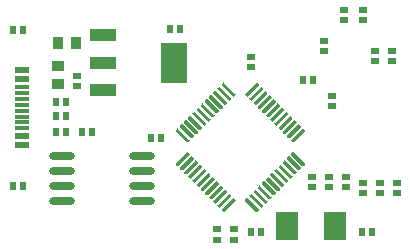
<source format=gbr>
G04 #@! TF.GenerationSoftware,KiCad,Pcbnew,5.1.5-52549c5~84~ubuntu18.04.1*
G04 #@! TF.CreationDate,2020-02-08T18:05:16+08:00*
G04 #@! TF.ProjectId,dap-stm32f103,6461702d-7374-46d3-9332-663130332e6b,rev?*
G04 #@! TF.SameCoordinates,Original*
G04 #@! TF.FileFunction,Paste,Top*
G04 #@! TF.FilePolarity,Positive*
%FSLAX46Y46*%
G04 Gerber Fmt 4.6, Leading zero omitted, Abs format (unit mm)*
G04 Created by KiCad (PCBNEW 5.1.5-52549c5~84~ubuntu18.04.1) date 2020-02-08 18:05:16*
%MOMM*%
%LPD*%
G04 APERTURE LIST*
%ADD10R,0.600000X0.650000*%
%ADD11R,1.160000X0.600000*%
%ADD12R,1.160000X0.300000*%
%ADD13R,0.980000X0.930000*%
%ADD14R,0.930000X0.980000*%
%ADD15R,0.650000X0.600000*%
%ADD16C,0.100000*%
%ADD17O,2.200000X0.700000*%
%ADD18R,1.900000X2.400000*%
%ADD19R,2.200000X1.000000*%
%ADD20R,2.200000X3.500000*%
G04 APERTURE END LIST*
D10*
X155389001Y-96348000D03*
X156239001Y-96348000D03*
D11*
X152494000Y-100058000D03*
X152494000Y-99258000D03*
X152494000Y-100058000D03*
X152494000Y-99258000D03*
X152494000Y-93658000D03*
X152494000Y-93658000D03*
X152494000Y-94458000D03*
X152494000Y-94458000D03*
D12*
X152494000Y-98608000D03*
X152494000Y-97608000D03*
X152494000Y-98108000D03*
X152494000Y-95608000D03*
X152494000Y-95108000D03*
X152494000Y-97108000D03*
X152494000Y-96608000D03*
X152494000Y-96108000D03*
D13*
X155534000Y-93308000D03*
X155534000Y-94848000D03*
D14*
X155504000Y-91408000D03*
X157044000Y-91408000D03*
D15*
X181380000Y-104083000D03*
X181380000Y-103233000D03*
X179868000Y-102763000D03*
X179868000Y-103613000D03*
X177044000Y-102763000D03*
X177044000Y-103613000D03*
X178456000Y-102763000D03*
X178456000Y-103613000D03*
D16*
G36*
X170387988Y-104499746D02*
G01*
X170395269Y-104500826D01*
X170402408Y-104502614D01*
X170409338Y-104505094D01*
X170415992Y-104508241D01*
X170422305Y-104512025D01*
X170428216Y-104516409D01*
X170433670Y-104521352D01*
X170539736Y-104627418D01*
X170544679Y-104632872D01*
X170549063Y-104638783D01*
X170552847Y-104645096D01*
X170555994Y-104651750D01*
X170558474Y-104658680D01*
X170560262Y-104665819D01*
X170561342Y-104673100D01*
X170561703Y-104680451D01*
X170561342Y-104687802D01*
X170560262Y-104695083D01*
X170558474Y-104702222D01*
X170555994Y-104709152D01*
X170552847Y-104715806D01*
X170549063Y-104722119D01*
X170544679Y-104728030D01*
X170539736Y-104733484D01*
X169602820Y-105670400D01*
X169597366Y-105675343D01*
X169591455Y-105679727D01*
X169585142Y-105683511D01*
X169578488Y-105686658D01*
X169571558Y-105689138D01*
X169564419Y-105690926D01*
X169557138Y-105692006D01*
X169549787Y-105692367D01*
X169542436Y-105692006D01*
X169535155Y-105690926D01*
X169528016Y-105689138D01*
X169521086Y-105686658D01*
X169514432Y-105683511D01*
X169508119Y-105679727D01*
X169502208Y-105675343D01*
X169496754Y-105670400D01*
X169390688Y-105564334D01*
X169385745Y-105558880D01*
X169381361Y-105552969D01*
X169377577Y-105546656D01*
X169374430Y-105540002D01*
X169371950Y-105533072D01*
X169370162Y-105525933D01*
X169369082Y-105518652D01*
X169368721Y-105511301D01*
X169369082Y-105503950D01*
X169370162Y-105496669D01*
X169371950Y-105489530D01*
X169374430Y-105482600D01*
X169377577Y-105475946D01*
X169381361Y-105469633D01*
X169385745Y-105463722D01*
X169390688Y-105458268D01*
X170327604Y-104521352D01*
X170333058Y-104516409D01*
X170338969Y-104512025D01*
X170345282Y-104508241D01*
X170351936Y-104505094D01*
X170358866Y-104502614D01*
X170366005Y-104500826D01*
X170373286Y-104499746D01*
X170380637Y-104499385D01*
X170387988Y-104499746D01*
G37*
G36*
X170034434Y-104146192D02*
G01*
X170041715Y-104147272D01*
X170048854Y-104149060D01*
X170055784Y-104151540D01*
X170062438Y-104154687D01*
X170068751Y-104158471D01*
X170074662Y-104162855D01*
X170080116Y-104167798D01*
X170186182Y-104273864D01*
X170191125Y-104279318D01*
X170195509Y-104285229D01*
X170199293Y-104291542D01*
X170202440Y-104298196D01*
X170204920Y-104305126D01*
X170206708Y-104312265D01*
X170207788Y-104319546D01*
X170208149Y-104326897D01*
X170207788Y-104334248D01*
X170206708Y-104341529D01*
X170204920Y-104348668D01*
X170202440Y-104355598D01*
X170199293Y-104362252D01*
X170195509Y-104368565D01*
X170191125Y-104374476D01*
X170186182Y-104379930D01*
X169249266Y-105316846D01*
X169243812Y-105321789D01*
X169237901Y-105326173D01*
X169231588Y-105329957D01*
X169224934Y-105333104D01*
X169218004Y-105335584D01*
X169210865Y-105337372D01*
X169203584Y-105338452D01*
X169196233Y-105338813D01*
X169188882Y-105338452D01*
X169181601Y-105337372D01*
X169174462Y-105335584D01*
X169167532Y-105333104D01*
X169160878Y-105329957D01*
X169154565Y-105326173D01*
X169148654Y-105321789D01*
X169143200Y-105316846D01*
X169037134Y-105210780D01*
X169032191Y-105205326D01*
X169027807Y-105199415D01*
X169024023Y-105193102D01*
X169020876Y-105186448D01*
X169018396Y-105179518D01*
X169016608Y-105172379D01*
X169015528Y-105165098D01*
X169015167Y-105157747D01*
X169015528Y-105150396D01*
X169016608Y-105143115D01*
X169018396Y-105135976D01*
X169020876Y-105129046D01*
X169024023Y-105122392D01*
X169027807Y-105116079D01*
X169032191Y-105110168D01*
X169037134Y-105104714D01*
X169974050Y-104167798D01*
X169979504Y-104162855D01*
X169985415Y-104158471D01*
X169991728Y-104154687D01*
X169998382Y-104151540D01*
X170005312Y-104149060D01*
X170012451Y-104147272D01*
X170019732Y-104146192D01*
X170027083Y-104145831D01*
X170034434Y-104146192D01*
G37*
G36*
X169680881Y-103792639D02*
G01*
X169688162Y-103793719D01*
X169695301Y-103795507D01*
X169702231Y-103797987D01*
X169708885Y-103801134D01*
X169715198Y-103804918D01*
X169721109Y-103809302D01*
X169726563Y-103814245D01*
X169832629Y-103920311D01*
X169837572Y-103925765D01*
X169841956Y-103931676D01*
X169845740Y-103937989D01*
X169848887Y-103944643D01*
X169851367Y-103951573D01*
X169853155Y-103958712D01*
X169854235Y-103965993D01*
X169854596Y-103973344D01*
X169854235Y-103980695D01*
X169853155Y-103987976D01*
X169851367Y-103995115D01*
X169848887Y-104002045D01*
X169845740Y-104008699D01*
X169841956Y-104015012D01*
X169837572Y-104020923D01*
X169832629Y-104026377D01*
X168895713Y-104963293D01*
X168890259Y-104968236D01*
X168884348Y-104972620D01*
X168878035Y-104976404D01*
X168871381Y-104979551D01*
X168864451Y-104982031D01*
X168857312Y-104983819D01*
X168850031Y-104984899D01*
X168842680Y-104985260D01*
X168835329Y-104984899D01*
X168828048Y-104983819D01*
X168820909Y-104982031D01*
X168813979Y-104979551D01*
X168807325Y-104976404D01*
X168801012Y-104972620D01*
X168795101Y-104968236D01*
X168789647Y-104963293D01*
X168683581Y-104857227D01*
X168678638Y-104851773D01*
X168674254Y-104845862D01*
X168670470Y-104839549D01*
X168667323Y-104832895D01*
X168664843Y-104825965D01*
X168663055Y-104818826D01*
X168661975Y-104811545D01*
X168661614Y-104804194D01*
X168661975Y-104796843D01*
X168663055Y-104789562D01*
X168664843Y-104782423D01*
X168667323Y-104775493D01*
X168670470Y-104768839D01*
X168674254Y-104762526D01*
X168678638Y-104756615D01*
X168683581Y-104751161D01*
X169620497Y-103814245D01*
X169625951Y-103809302D01*
X169631862Y-103804918D01*
X169638175Y-103801134D01*
X169644829Y-103797987D01*
X169651759Y-103795507D01*
X169658898Y-103793719D01*
X169666179Y-103792639D01*
X169673530Y-103792278D01*
X169680881Y-103792639D01*
G37*
G36*
X169327327Y-103439085D02*
G01*
X169334608Y-103440165D01*
X169341747Y-103441953D01*
X169348677Y-103444433D01*
X169355331Y-103447580D01*
X169361644Y-103451364D01*
X169367555Y-103455748D01*
X169373009Y-103460691D01*
X169479075Y-103566757D01*
X169484018Y-103572211D01*
X169488402Y-103578122D01*
X169492186Y-103584435D01*
X169495333Y-103591089D01*
X169497813Y-103598019D01*
X169499601Y-103605158D01*
X169500681Y-103612439D01*
X169501042Y-103619790D01*
X169500681Y-103627141D01*
X169499601Y-103634422D01*
X169497813Y-103641561D01*
X169495333Y-103648491D01*
X169492186Y-103655145D01*
X169488402Y-103661458D01*
X169484018Y-103667369D01*
X169479075Y-103672823D01*
X168542159Y-104609739D01*
X168536705Y-104614682D01*
X168530794Y-104619066D01*
X168524481Y-104622850D01*
X168517827Y-104625997D01*
X168510897Y-104628477D01*
X168503758Y-104630265D01*
X168496477Y-104631345D01*
X168489126Y-104631706D01*
X168481775Y-104631345D01*
X168474494Y-104630265D01*
X168467355Y-104628477D01*
X168460425Y-104625997D01*
X168453771Y-104622850D01*
X168447458Y-104619066D01*
X168441547Y-104614682D01*
X168436093Y-104609739D01*
X168330027Y-104503673D01*
X168325084Y-104498219D01*
X168320700Y-104492308D01*
X168316916Y-104485995D01*
X168313769Y-104479341D01*
X168311289Y-104472411D01*
X168309501Y-104465272D01*
X168308421Y-104457991D01*
X168308060Y-104450640D01*
X168308421Y-104443289D01*
X168309501Y-104436008D01*
X168311289Y-104428869D01*
X168313769Y-104421939D01*
X168316916Y-104415285D01*
X168320700Y-104408972D01*
X168325084Y-104403061D01*
X168330027Y-104397607D01*
X169266943Y-103460691D01*
X169272397Y-103455748D01*
X169278308Y-103451364D01*
X169284621Y-103447580D01*
X169291275Y-103444433D01*
X169298205Y-103441953D01*
X169305344Y-103440165D01*
X169312625Y-103439085D01*
X169319976Y-103438724D01*
X169327327Y-103439085D01*
G37*
G36*
X168973774Y-103085532D02*
G01*
X168981055Y-103086612D01*
X168988194Y-103088400D01*
X168995124Y-103090880D01*
X169001778Y-103094027D01*
X169008091Y-103097811D01*
X169014002Y-103102195D01*
X169019456Y-103107138D01*
X169125522Y-103213204D01*
X169130465Y-103218658D01*
X169134849Y-103224569D01*
X169138633Y-103230882D01*
X169141780Y-103237536D01*
X169144260Y-103244466D01*
X169146048Y-103251605D01*
X169147128Y-103258886D01*
X169147489Y-103266237D01*
X169147128Y-103273588D01*
X169146048Y-103280869D01*
X169144260Y-103288008D01*
X169141780Y-103294938D01*
X169138633Y-103301592D01*
X169134849Y-103307905D01*
X169130465Y-103313816D01*
X169125522Y-103319270D01*
X168188606Y-104256186D01*
X168183152Y-104261129D01*
X168177241Y-104265513D01*
X168170928Y-104269297D01*
X168164274Y-104272444D01*
X168157344Y-104274924D01*
X168150205Y-104276712D01*
X168142924Y-104277792D01*
X168135573Y-104278153D01*
X168128222Y-104277792D01*
X168120941Y-104276712D01*
X168113802Y-104274924D01*
X168106872Y-104272444D01*
X168100218Y-104269297D01*
X168093905Y-104265513D01*
X168087994Y-104261129D01*
X168082540Y-104256186D01*
X167976474Y-104150120D01*
X167971531Y-104144666D01*
X167967147Y-104138755D01*
X167963363Y-104132442D01*
X167960216Y-104125788D01*
X167957736Y-104118858D01*
X167955948Y-104111719D01*
X167954868Y-104104438D01*
X167954507Y-104097087D01*
X167954868Y-104089736D01*
X167955948Y-104082455D01*
X167957736Y-104075316D01*
X167960216Y-104068386D01*
X167963363Y-104061732D01*
X167967147Y-104055419D01*
X167971531Y-104049508D01*
X167976474Y-104044054D01*
X168913390Y-103107138D01*
X168918844Y-103102195D01*
X168924755Y-103097811D01*
X168931068Y-103094027D01*
X168937722Y-103090880D01*
X168944652Y-103088400D01*
X168951791Y-103086612D01*
X168959072Y-103085532D01*
X168966423Y-103085171D01*
X168973774Y-103085532D01*
G37*
G36*
X168620221Y-102731979D02*
G01*
X168627502Y-102733059D01*
X168634641Y-102734847D01*
X168641571Y-102737327D01*
X168648225Y-102740474D01*
X168654538Y-102744258D01*
X168660449Y-102748642D01*
X168665903Y-102753585D01*
X168771969Y-102859651D01*
X168776912Y-102865105D01*
X168781296Y-102871016D01*
X168785080Y-102877329D01*
X168788227Y-102883983D01*
X168790707Y-102890913D01*
X168792495Y-102898052D01*
X168793575Y-102905333D01*
X168793936Y-102912684D01*
X168793575Y-102920035D01*
X168792495Y-102927316D01*
X168790707Y-102934455D01*
X168788227Y-102941385D01*
X168785080Y-102948039D01*
X168781296Y-102954352D01*
X168776912Y-102960263D01*
X168771969Y-102965717D01*
X167835053Y-103902633D01*
X167829599Y-103907576D01*
X167823688Y-103911960D01*
X167817375Y-103915744D01*
X167810721Y-103918891D01*
X167803791Y-103921371D01*
X167796652Y-103923159D01*
X167789371Y-103924239D01*
X167782020Y-103924600D01*
X167774669Y-103924239D01*
X167767388Y-103923159D01*
X167760249Y-103921371D01*
X167753319Y-103918891D01*
X167746665Y-103915744D01*
X167740352Y-103911960D01*
X167734441Y-103907576D01*
X167728987Y-103902633D01*
X167622921Y-103796567D01*
X167617978Y-103791113D01*
X167613594Y-103785202D01*
X167609810Y-103778889D01*
X167606663Y-103772235D01*
X167604183Y-103765305D01*
X167602395Y-103758166D01*
X167601315Y-103750885D01*
X167600954Y-103743534D01*
X167601315Y-103736183D01*
X167602395Y-103728902D01*
X167604183Y-103721763D01*
X167606663Y-103714833D01*
X167609810Y-103708179D01*
X167613594Y-103701866D01*
X167617978Y-103695955D01*
X167622921Y-103690501D01*
X168559837Y-102753585D01*
X168565291Y-102748642D01*
X168571202Y-102744258D01*
X168577515Y-102740474D01*
X168584169Y-102737327D01*
X168591099Y-102734847D01*
X168598238Y-102733059D01*
X168605519Y-102731979D01*
X168612870Y-102731618D01*
X168620221Y-102731979D01*
G37*
G36*
X168266667Y-102378425D02*
G01*
X168273948Y-102379505D01*
X168281087Y-102381293D01*
X168288017Y-102383773D01*
X168294671Y-102386920D01*
X168300984Y-102390704D01*
X168306895Y-102395088D01*
X168312349Y-102400031D01*
X168418415Y-102506097D01*
X168423358Y-102511551D01*
X168427742Y-102517462D01*
X168431526Y-102523775D01*
X168434673Y-102530429D01*
X168437153Y-102537359D01*
X168438941Y-102544498D01*
X168440021Y-102551779D01*
X168440382Y-102559130D01*
X168440021Y-102566481D01*
X168438941Y-102573762D01*
X168437153Y-102580901D01*
X168434673Y-102587831D01*
X168431526Y-102594485D01*
X168427742Y-102600798D01*
X168423358Y-102606709D01*
X168418415Y-102612163D01*
X167481499Y-103549079D01*
X167476045Y-103554022D01*
X167470134Y-103558406D01*
X167463821Y-103562190D01*
X167457167Y-103565337D01*
X167450237Y-103567817D01*
X167443098Y-103569605D01*
X167435817Y-103570685D01*
X167428466Y-103571046D01*
X167421115Y-103570685D01*
X167413834Y-103569605D01*
X167406695Y-103567817D01*
X167399765Y-103565337D01*
X167393111Y-103562190D01*
X167386798Y-103558406D01*
X167380887Y-103554022D01*
X167375433Y-103549079D01*
X167269367Y-103443013D01*
X167264424Y-103437559D01*
X167260040Y-103431648D01*
X167256256Y-103425335D01*
X167253109Y-103418681D01*
X167250629Y-103411751D01*
X167248841Y-103404612D01*
X167247761Y-103397331D01*
X167247400Y-103389980D01*
X167247761Y-103382629D01*
X167248841Y-103375348D01*
X167250629Y-103368209D01*
X167253109Y-103361279D01*
X167256256Y-103354625D01*
X167260040Y-103348312D01*
X167264424Y-103342401D01*
X167269367Y-103336947D01*
X168206283Y-102400031D01*
X168211737Y-102395088D01*
X168217648Y-102390704D01*
X168223961Y-102386920D01*
X168230615Y-102383773D01*
X168237545Y-102381293D01*
X168244684Y-102379505D01*
X168251965Y-102378425D01*
X168259316Y-102378064D01*
X168266667Y-102378425D01*
G37*
G36*
X167913114Y-102024872D02*
G01*
X167920395Y-102025952D01*
X167927534Y-102027740D01*
X167934464Y-102030220D01*
X167941118Y-102033367D01*
X167947431Y-102037151D01*
X167953342Y-102041535D01*
X167958796Y-102046478D01*
X168064862Y-102152544D01*
X168069805Y-102157998D01*
X168074189Y-102163909D01*
X168077973Y-102170222D01*
X168081120Y-102176876D01*
X168083600Y-102183806D01*
X168085388Y-102190945D01*
X168086468Y-102198226D01*
X168086829Y-102205577D01*
X168086468Y-102212928D01*
X168085388Y-102220209D01*
X168083600Y-102227348D01*
X168081120Y-102234278D01*
X168077973Y-102240932D01*
X168074189Y-102247245D01*
X168069805Y-102253156D01*
X168064862Y-102258610D01*
X167127946Y-103195526D01*
X167122492Y-103200469D01*
X167116581Y-103204853D01*
X167110268Y-103208637D01*
X167103614Y-103211784D01*
X167096684Y-103214264D01*
X167089545Y-103216052D01*
X167082264Y-103217132D01*
X167074913Y-103217493D01*
X167067562Y-103217132D01*
X167060281Y-103216052D01*
X167053142Y-103214264D01*
X167046212Y-103211784D01*
X167039558Y-103208637D01*
X167033245Y-103204853D01*
X167027334Y-103200469D01*
X167021880Y-103195526D01*
X166915814Y-103089460D01*
X166910871Y-103084006D01*
X166906487Y-103078095D01*
X166902703Y-103071782D01*
X166899556Y-103065128D01*
X166897076Y-103058198D01*
X166895288Y-103051059D01*
X166894208Y-103043778D01*
X166893847Y-103036427D01*
X166894208Y-103029076D01*
X166895288Y-103021795D01*
X166897076Y-103014656D01*
X166899556Y-103007726D01*
X166902703Y-103001072D01*
X166906487Y-102994759D01*
X166910871Y-102988848D01*
X166915814Y-102983394D01*
X167852730Y-102046478D01*
X167858184Y-102041535D01*
X167864095Y-102037151D01*
X167870408Y-102033367D01*
X167877062Y-102030220D01*
X167883992Y-102027740D01*
X167891131Y-102025952D01*
X167898412Y-102024872D01*
X167905763Y-102024511D01*
X167913114Y-102024872D01*
G37*
G36*
X167559561Y-101671319D02*
G01*
X167566842Y-101672399D01*
X167573981Y-101674187D01*
X167580911Y-101676667D01*
X167587565Y-101679814D01*
X167593878Y-101683598D01*
X167599789Y-101687982D01*
X167605243Y-101692925D01*
X167711309Y-101798991D01*
X167716252Y-101804445D01*
X167720636Y-101810356D01*
X167724420Y-101816669D01*
X167727567Y-101823323D01*
X167730047Y-101830253D01*
X167731835Y-101837392D01*
X167732915Y-101844673D01*
X167733276Y-101852024D01*
X167732915Y-101859375D01*
X167731835Y-101866656D01*
X167730047Y-101873795D01*
X167727567Y-101880725D01*
X167724420Y-101887379D01*
X167720636Y-101893692D01*
X167716252Y-101899603D01*
X167711309Y-101905057D01*
X166774393Y-102841973D01*
X166768939Y-102846916D01*
X166763028Y-102851300D01*
X166756715Y-102855084D01*
X166750061Y-102858231D01*
X166743131Y-102860711D01*
X166735992Y-102862499D01*
X166728711Y-102863579D01*
X166721360Y-102863940D01*
X166714009Y-102863579D01*
X166706728Y-102862499D01*
X166699589Y-102860711D01*
X166692659Y-102858231D01*
X166686005Y-102855084D01*
X166679692Y-102851300D01*
X166673781Y-102846916D01*
X166668327Y-102841973D01*
X166562261Y-102735907D01*
X166557318Y-102730453D01*
X166552934Y-102724542D01*
X166549150Y-102718229D01*
X166546003Y-102711575D01*
X166543523Y-102704645D01*
X166541735Y-102697506D01*
X166540655Y-102690225D01*
X166540294Y-102682874D01*
X166540655Y-102675523D01*
X166541735Y-102668242D01*
X166543523Y-102661103D01*
X166546003Y-102654173D01*
X166549150Y-102647519D01*
X166552934Y-102641206D01*
X166557318Y-102635295D01*
X166562261Y-102629841D01*
X167499177Y-101692925D01*
X167504631Y-101687982D01*
X167510542Y-101683598D01*
X167516855Y-101679814D01*
X167523509Y-101676667D01*
X167530439Y-101674187D01*
X167537578Y-101672399D01*
X167544859Y-101671319D01*
X167552210Y-101670958D01*
X167559561Y-101671319D01*
G37*
G36*
X167206007Y-101317765D02*
G01*
X167213288Y-101318845D01*
X167220427Y-101320633D01*
X167227357Y-101323113D01*
X167234011Y-101326260D01*
X167240324Y-101330044D01*
X167246235Y-101334428D01*
X167251689Y-101339371D01*
X167357755Y-101445437D01*
X167362698Y-101450891D01*
X167367082Y-101456802D01*
X167370866Y-101463115D01*
X167374013Y-101469769D01*
X167376493Y-101476699D01*
X167378281Y-101483838D01*
X167379361Y-101491119D01*
X167379722Y-101498470D01*
X167379361Y-101505821D01*
X167378281Y-101513102D01*
X167376493Y-101520241D01*
X167374013Y-101527171D01*
X167370866Y-101533825D01*
X167367082Y-101540138D01*
X167362698Y-101546049D01*
X167357755Y-101551503D01*
X166420839Y-102488419D01*
X166415385Y-102493362D01*
X166409474Y-102497746D01*
X166403161Y-102501530D01*
X166396507Y-102504677D01*
X166389577Y-102507157D01*
X166382438Y-102508945D01*
X166375157Y-102510025D01*
X166367806Y-102510386D01*
X166360455Y-102510025D01*
X166353174Y-102508945D01*
X166346035Y-102507157D01*
X166339105Y-102504677D01*
X166332451Y-102501530D01*
X166326138Y-102497746D01*
X166320227Y-102493362D01*
X166314773Y-102488419D01*
X166208707Y-102382353D01*
X166203764Y-102376899D01*
X166199380Y-102370988D01*
X166195596Y-102364675D01*
X166192449Y-102358021D01*
X166189969Y-102351091D01*
X166188181Y-102343952D01*
X166187101Y-102336671D01*
X166186740Y-102329320D01*
X166187101Y-102321969D01*
X166188181Y-102314688D01*
X166189969Y-102307549D01*
X166192449Y-102300619D01*
X166195596Y-102293965D01*
X166199380Y-102287652D01*
X166203764Y-102281741D01*
X166208707Y-102276287D01*
X167145623Y-101339371D01*
X167151077Y-101334428D01*
X167156988Y-101330044D01*
X167163301Y-101326260D01*
X167169955Y-101323113D01*
X167176885Y-101320633D01*
X167184024Y-101318845D01*
X167191305Y-101317765D01*
X167198656Y-101317404D01*
X167206007Y-101317765D01*
G37*
G36*
X166852454Y-100964212D02*
G01*
X166859735Y-100965292D01*
X166866874Y-100967080D01*
X166873804Y-100969560D01*
X166880458Y-100972707D01*
X166886771Y-100976491D01*
X166892682Y-100980875D01*
X166898136Y-100985818D01*
X167004202Y-101091884D01*
X167009145Y-101097338D01*
X167013529Y-101103249D01*
X167017313Y-101109562D01*
X167020460Y-101116216D01*
X167022940Y-101123146D01*
X167024728Y-101130285D01*
X167025808Y-101137566D01*
X167026169Y-101144917D01*
X167025808Y-101152268D01*
X167024728Y-101159549D01*
X167022940Y-101166688D01*
X167020460Y-101173618D01*
X167017313Y-101180272D01*
X167013529Y-101186585D01*
X167009145Y-101192496D01*
X167004202Y-101197950D01*
X166067286Y-102134866D01*
X166061832Y-102139809D01*
X166055921Y-102144193D01*
X166049608Y-102147977D01*
X166042954Y-102151124D01*
X166036024Y-102153604D01*
X166028885Y-102155392D01*
X166021604Y-102156472D01*
X166014253Y-102156833D01*
X166006902Y-102156472D01*
X165999621Y-102155392D01*
X165992482Y-102153604D01*
X165985552Y-102151124D01*
X165978898Y-102147977D01*
X165972585Y-102144193D01*
X165966674Y-102139809D01*
X165961220Y-102134866D01*
X165855154Y-102028800D01*
X165850211Y-102023346D01*
X165845827Y-102017435D01*
X165842043Y-102011122D01*
X165838896Y-102004468D01*
X165836416Y-101997538D01*
X165834628Y-101990399D01*
X165833548Y-101983118D01*
X165833187Y-101975767D01*
X165833548Y-101968416D01*
X165834628Y-101961135D01*
X165836416Y-101953996D01*
X165838896Y-101947066D01*
X165842043Y-101940412D01*
X165845827Y-101934099D01*
X165850211Y-101928188D01*
X165855154Y-101922734D01*
X166792070Y-100985818D01*
X166797524Y-100980875D01*
X166803435Y-100976491D01*
X166809748Y-100972707D01*
X166816402Y-100969560D01*
X166823332Y-100967080D01*
X166830471Y-100965292D01*
X166837752Y-100964212D01*
X166845103Y-100963851D01*
X166852454Y-100964212D01*
G37*
G36*
X166498900Y-100610658D02*
G01*
X166506181Y-100611738D01*
X166513320Y-100613526D01*
X166520250Y-100616006D01*
X166526904Y-100619153D01*
X166533217Y-100622937D01*
X166539128Y-100627321D01*
X166544582Y-100632264D01*
X166650648Y-100738330D01*
X166655591Y-100743784D01*
X166659975Y-100749695D01*
X166663759Y-100756008D01*
X166666906Y-100762662D01*
X166669386Y-100769592D01*
X166671174Y-100776731D01*
X166672254Y-100784012D01*
X166672615Y-100791363D01*
X166672254Y-100798714D01*
X166671174Y-100805995D01*
X166669386Y-100813134D01*
X166666906Y-100820064D01*
X166663759Y-100826718D01*
X166659975Y-100833031D01*
X166655591Y-100838942D01*
X166650648Y-100844396D01*
X165713732Y-101781312D01*
X165708278Y-101786255D01*
X165702367Y-101790639D01*
X165696054Y-101794423D01*
X165689400Y-101797570D01*
X165682470Y-101800050D01*
X165675331Y-101801838D01*
X165668050Y-101802918D01*
X165660699Y-101803279D01*
X165653348Y-101802918D01*
X165646067Y-101801838D01*
X165638928Y-101800050D01*
X165631998Y-101797570D01*
X165625344Y-101794423D01*
X165619031Y-101790639D01*
X165613120Y-101786255D01*
X165607666Y-101781312D01*
X165501600Y-101675246D01*
X165496657Y-101669792D01*
X165492273Y-101663881D01*
X165488489Y-101657568D01*
X165485342Y-101650914D01*
X165482862Y-101643984D01*
X165481074Y-101636845D01*
X165479994Y-101629564D01*
X165479633Y-101622213D01*
X165479994Y-101614862D01*
X165481074Y-101607581D01*
X165482862Y-101600442D01*
X165485342Y-101593512D01*
X165488489Y-101586858D01*
X165492273Y-101580545D01*
X165496657Y-101574634D01*
X165501600Y-101569180D01*
X166438516Y-100632264D01*
X166443970Y-100627321D01*
X166449881Y-100622937D01*
X166456194Y-100619153D01*
X166462848Y-100616006D01*
X166469778Y-100613526D01*
X166476917Y-100611738D01*
X166484198Y-100610658D01*
X166491549Y-100610297D01*
X166498900Y-100610658D01*
G37*
G36*
X165668050Y-98613082D02*
G01*
X165675331Y-98614162D01*
X165682470Y-98615950D01*
X165689400Y-98618430D01*
X165696054Y-98621577D01*
X165702367Y-98625361D01*
X165708278Y-98629745D01*
X165713732Y-98634688D01*
X166650648Y-99571604D01*
X166655591Y-99577058D01*
X166659975Y-99582969D01*
X166663759Y-99589282D01*
X166666906Y-99595936D01*
X166669386Y-99602866D01*
X166671174Y-99610005D01*
X166672254Y-99617286D01*
X166672615Y-99624637D01*
X166672254Y-99631988D01*
X166671174Y-99639269D01*
X166669386Y-99646408D01*
X166666906Y-99653338D01*
X166663759Y-99659992D01*
X166659975Y-99666305D01*
X166655591Y-99672216D01*
X166650648Y-99677670D01*
X166544582Y-99783736D01*
X166539128Y-99788679D01*
X166533217Y-99793063D01*
X166526904Y-99796847D01*
X166520250Y-99799994D01*
X166513320Y-99802474D01*
X166506181Y-99804262D01*
X166498900Y-99805342D01*
X166491549Y-99805703D01*
X166484198Y-99805342D01*
X166476917Y-99804262D01*
X166469778Y-99802474D01*
X166462848Y-99799994D01*
X166456194Y-99796847D01*
X166449881Y-99793063D01*
X166443970Y-99788679D01*
X166438516Y-99783736D01*
X165501600Y-98846820D01*
X165496657Y-98841366D01*
X165492273Y-98835455D01*
X165488489Y-98829142D01*
X165485342Y-98822488D01*
X165482862Y-98815558D01*
X165481074Y-98808419D01*
X165479994Y-98801138D01*
X165479633Y-98793787D01*
X165479994Y-98786436D01*
X165481074Y-98779155D01*
X165482862Y-98772016D01*
X165485342Y-98765086D01*
X165488489Y-98758432D01*
X165492273Y-98752119D01*
X165496657Y-98746208D01*
X165501600Y-98740754D01*
X165607666Y-98634688D01*
X165613120Y-98629745D01*
X165619031Y-98625361D01*
X165625344Y-98621577D01*
X165631998Y-98618430D01*
X165638928Y-98615950D01*
X165646067Y-98614162D01*
X165653348Y-98613082D01*
X165660699Y-98612721D01*
X165668050Y-98613082D01*
G37*
G36*
X166021604Y-98259528D02*
G01*
X166028885Y-98260608D01*
X166036024Y-98262396D01*
X166042954Y-98264876D01*
X166049608Y-98268023D01*
X166055921Y-98271807D01*
X166061832Y-98276191D01*
X166067286Y-98281134D01*
X167004202Y-99218050D01*
X167009145Y-99223504D01*
X167013529Y-99229415D01*
X167017313Y-99235728D01*
X167020460Y-99242382D01*
X167022940Y-99249312D01*
X167024728Y-99256451D01*
X167025808Y-99263732D01*
X167026169Y-99271083D01*
X167025808Y-99278434D01*
X167024728Y-99285715D01*
X167022940Y-99292854D01*
X167020460Y-99299784D01*
X167017313Y-99306438D01*
X167013529Y-99312751D01*
X167009145Y-99318662D01*
X167004202Y-99324116D01*
X166898136Y-99430182D01*
X166892682Y-99435125D01*
X166886771Y-99439509D01*
X166880458Y-99443293D01*
X166873804Y-99446440D01*
X166866874Y-99448920D01*
X166859735Y-99450708D01*
X166852454Y-99451788D01*
X166845103Y-99452149D01*
X166837752Y-99451788D01*
X166830471Y-99450708D01*
X166823332Y-99448920D01*
X166816402Y-99446440D01*
X166809748Y-99443293D01*
X166803435Y-99439509D01*
X166797524Y-99435125D01*
X166792070Y-99430182D01*
X165855154Y-98493266D01*
X165850211Y-98487812D01*
X165845827Y-98481901D01*
X165842043Y-98475588D01*
X165838896Y-98468934D01*
X165836416Y-98462004D01*
X165834628Y-98454865D01*
X165833548Y-98447584D01*
X165833187Y-98440233D01*
X165833548Y-98432882D01*
X165834628Y-98425601D01*
X165836416Y-98418462D01*
X165838896Y-98411532D01*
X165842043Y-98404878D01*
X165845827Y-98398565D01*
X165850211Y-98392654D01*
X165855154Y-98387200D01*
X165961220Y-98281134D01*
X165966674Y-98276191D01*
X165972585Y-98271807D01*
X165978898Y-98268023D01*
X165985552Y-98264876D01*
X165992482Y-98262396D01*
X165999621Y-98260608D01*
X166006902Y-98259528D01*
X166014253Y-98259167D01*
X166021604Y-98259528D01*
G37*
G36*
X166375157Y-97905975D02*
G01*
X166382438Y-97907055D01*
X166389577Y-97908843D01*
X166396507Y-97911323D01*
X166403161Y-97914470D01*
X166409474Y-97918254D01*
X166415385Y-97922638D01*
X166420839Y-97927581D01*
X167357755Y-98864497D01*
X167362698Y-98869951D01*
X167367082Y-98875862D01*
X167370866Y-98882175D01*
X167374013Y-98888829D01*
X167376493Y-98895759D01*
X167378281Y-98902898D01*
X167379361Y-98910179D01*
X167379722Y-98917530D01*
X167379361Y-98924881D01*
X167378281Y-98932162D01*
X167376493Y-98939301D01*
X167374013Y-98946231D01*
X167370866Y-98952885D01*
X167367082Y-98959198D01*
X167362698Y-98965109D01*
X167357755Y-98970563D01*
X167251689Y-99076629D01*
X167246235Y-99081572D01*
X167240324Y-99085956D01*
X167234011Y-99089740D01*
X167227357Y-99092887D01*
X167220427Y-99095367D01*
X167213288Y-99097155D01*
X167206007Y-99098235D01*
X167198656Y-99098596D01*
X167191305Y-99098235D01*
X167184024Y-99097155D01*
X167176885Y-99095367D01*
X167169955Y-99092887D01*
X167163301Y-99089740D01*
X167156988Y-99085956D01*
X167151077Y-99081572D01*
X167145623Y-99076629D01*
X166208707Y-98139713D01*
X166203764Y-98134259D01*
X166199380Y-98128348D01*
X166195596Y-98122035D01*
X166192449Y-98115381D01*
X166189969Y-98108451D01*
X166188181Y-98101312D01*
X166187101Y-98094031D01*
X166186740Y-98086680D01*
X166187101Y-98079329D01*
X166188181Y-98072048D01*
X166189969Y-98064909D01*
X166192449Y-98057979D01*
X166195596Y-98051325D01*
X166199380Y-98045012D01*
X166203764Y-98039101D01*
X166208707Y-98033647D01*
X166314773Y-97927581D01*
X166320227Y-97922638D01*
X166326138Y-97918254D01*
X166332451Y-97914470D01*
X166339105Y-97911323D01*
X166346035Y-97908843D01*
X166353174Y-97907055D01*
X166360455Y-97905975D01*
X166367806Y-97905614D01*
X166375157Y-97905975D01*
G37*
G36*
X166728711Y-97552421D02*
G01*
X166735992Y-97553501D01*
X166743131Y-97555289D01*
X166750061Y-97557769D01*
X166756715Y-97560916D01*
X166763028Y-97564700D01*
X166768939Y-97569084D01*
X166774393Y-97574027D01*
X167711309Y-98510943D01*
X167716252Y-98516397D01*
X167720636Y-98522308D01*
X167724420Y-98528621D01*
X167727567Y-98535275D01*
X167730047Y-98542205D01*
X167731835Y-98549344D01*
X167732915Y-98556625D01*
X167733276Y-98563976D01*
X167732915Y-98571327D01*
X167731835Y-98578608D01*
X167730047Y-98585747D01*
X167727567Y-98592677D01*
X167724420Y-98599331D01*
X167720636Y-98605644D01*
X167716252Y-98611555D01*
X167711309Y-98617009D01*
X167605243Y-98723075D01*
X167599789Y-98728018D01*
X167593878Y-98732402D01*
X167587565Y-98736186D01*
X167580911Y-98739333D01*
X167573981Y-98741813D01*
X167566842Y-98743601D01*
X167559561Y-98744681D01*
X167552210Y-98745042D01*
X167544859Y-98744681D01*
X167537578Y-98743601D01*
X167530439Y-98741813D01*
X167523509Y-98739333D01*
X167516855Y-98736186D01*
X167510542Y-98732402D01*
X167504631Y-98728018D01*
X167499177Y-98723075D01*
X166562261Y-97786159D01*
X166557318Y-97780705D01*
X166552934Y-97774794D01*
X166549150Y-97768481D01*
X166546003Y-97761827D01*
X166543523Y-97754897D01*
X166541735Y-97747758D01*
X166540655Y-97740477D01*
X166540294Y-97733126D01*
X166540655Y-97725775D01*
X166541735Y-97718494D01*
X166543523Y-97711355D01*
X166546003Y-97704425D01*
X166549150Y-97697771D01*
X166552934Y-97691458D01*
X166557318Y-97685547D01*
X166562261Y-97680093D01*
X166668327Y-97574027D01*
X166673781Y-97569084D01*
X166679692Y-97564700D01*
X166686005Y-97560916D01*
X166692659Y-97557769D01*
X166699589Y-97555289D01*
X166706728Y-97553501D01*
X166714009Y-97552421D01*
X166721360Y-97552060D01*
X166728711Y-97552421D01*
G37*
G36*
X167082264Y-97198868D02*
G01*
X167089545Y-97199948D01*
X167096684Y-97201736D01*
X167103614Y-97204216D01*
X167110268Y-97207363D01*
X167116581Y-97211147D01*
X167122492Y-97215531D01*
X167127946Y-97220474D01*
X168064862Y-98157390D01*
X168069805Y-98162844D01*
X168074189Y-98168755D01*
X168077973Y-98175068D01*
X168081120Y-98181722D01*
X168083600Y-98188652D01*
X168085388Y-98195791D01*
X168086468Y-98203072D01*
X168086829Y-98210423D01*
X168086468Y-98217774D01*
X168085388Y-98225055D01*
X168083600Y-98232194D01*
X168081120Y-98239124D01*
X168077973Y-98245778D01*
X168074189Y-98252091D01*
X168069805Y-98258002D01*
X168064862Y-98263456D01*
X167958796Y-98369522D01*
X167953342Y-98374465D01*
X167947431Y-98378849D01*
X167941118Y-98382633D01*
X167934464Y-98385780D01*
X167927534Y-98388260D01*
X167920395Y-98390048D01*
X167913114Y-98391128D01*
X167905763Y-98391489D01*
X167898412Y-98391128D01*
X167891131Y-98390048D01*
X167883992Y-98388260D01*
X167877062Y-98385780D01*
X167870408Y-98382633D01*
X167864095Y-98378849D01*
X167858184Y-98374465D01*
X167852730Y-98369522D01*
X166915814Y-97432606D01*
X166910871Y-97427152D01*
X166906487Y-97421241D01*
X166902703Y-97414928D01*
X166899556Y-97408274D01*
X166897076Y-97401344D01*
X166895288Y-97394205D01*
X166894208Y-97386924D01*
X166893847Y-97379573D01*
X166894208Y-97372222D01*
X166895288Y-97364941D01*
X166897076Y-97357802D01*
X166899556Y-97350872D01*
X166902703Y-97344218D01*
X166906487Y-97337905D01*
X166910871Y-97331994D01*
X166915814Y-97326540D01*
X167021880Y-97220474D01*
X167027334Y-97215531D01*
X167033245Y-97211147D01*
X167039558Y-97207363D01*
X167046212Y-97204216D01*
X167053142Y-97201736D01*
X167060281Y-97199948D01*
X167067562Y-97198868D01*
X167074913Y-97198507D01*
X167082264Y-97198868D01*
G37*
G36*
X167435817Y-96845315D02*
G01*
X167443098Y-96846395D01*
X167450237Y-96848183D01*
X167457167Y-96850663D01*
X167463821Y-96853810D01*
X167470134Y-96857594D01*
X167476045Y-96861978D01*
X167481499Y-96866921D01*
X168418415Y-97803837D01*
X168423358Y-97809291D01*
X168427742Y-97815202D01*
X168431526Y-97821515D01*
X168434673Y-97828169D01*
X168437153Y-97835099D01*
X168438941Y-97842238D01*
X168440021Y-97849519D01*
X168440382Y-97856870D01*
X168440021Y-97864221D01*
X168438941Y-97871502D01*
X168437153Y-97878641D01*
X168434673Y-97885571D01*
X168431526Y-97892225D01*
X168427742Y-97898538D01*
X168423358Y-97904449D01*
X168418415Y-97909903D01*
X168312349Y-98015969D01*
X168306895Y-98020912D01*
X168300984Y-98025296D01*
X168294671Y-98029080D01*
X168288017Y-98032227D01*
X168281087Y-98034707D01*
X168273948Y-98036495D01*
X168266667Y-98037575D01*
X168259316Y-98037936D01*
X168251965Y-98037575D01*
X168244684Y-98036495D01*
X168237545Y-98034707D01*
X168230615Y-98032227D01*
X168223961Y-98029080D01*
X168217648Y-98025296D01*
X168211737Y-98020912D01*
X168206283Y-98015969D01*
X167269367Y-97079053D01*
X167264424Y-97073599D01*
X167260040Y-97067688D01*
X167256256Y-97061375D01*
X167253109Y-97054721D01*
X167250629Y-97047791D01*
X167248841Y-97040652D01*
X167247761Y-97033371D01*
X167247400Y-97026020D01*
X167247761Y-97018669D01*
X167248841Y-97011388D01*
X167250629Y-97004249D01*
X167253109Y-96997319D01*
X167256256Y-96990665D01*
X167260040Y-96984352D01*
X167264424Y-96978441D01*
X167269367Y-96972987D01*
X167375433Y-96866921D01*
X167380887Y-96861978D01*
X167386798Y-96857594D01*
X167393111Y-96853810D01*
X167399765Y-96850663D01*
X167406695Y-96848183D01*
X167413834Y-96846395D01*
X167421115Y-96845315D01*
X167428466Y-96844954D01*
X167435817Y-96845315D01*
G37*
G36*
X167789371Y-96491761D02*
G01*
X167796652Y-96492841D01*
X167803791Y-96494629D01*
X167810721Y-96497109D01*
X167817375Y-96500256D01*
X167823688Y-96504040D01*
X167829599Y-96508424D01*
X167835053Y-96513367D01*
X168771969Y-97450283D01*
X168776912Y-97455737D01*
X168781296Y-97461648D01*
X168785080Y-97467961D01*
X168788227Y-97474615D01*
X168790707Y-97481545D01*
X168792495Y-97488684D01*
X168793575Y-97495965D01*
X168793936Y-97503316D01*
X168793575Y-97510667D01*
X168792495Y-97517948D01*
X168790707Y-97525087D01*
X168788227Y-97532017D01*
X168785080Y-97538671D01*
X168781296Y-97544984D01*
X168776912Y-97550895D01*
X168771969Y-97556349D01*
X168665903Y-97662415D01*
X168660449Y-97667358D01*
X168654538Y-97671742D01*
X168648225Y-97675526D01*
X168641571Y-97678673D01*
X168634641Y-97681153D01*
X168627502Y-97682941D01*
X168620221Y-97684021D01*
X168612870Y-97684382D01*
X168605519Y-97684021D01*
X168598238Y-97682941D01*
X168591099Y-97681153D01*
X168584169Y-97678673D01*
X168577515Y-97675526D01*
X168571202Y-97671742D01*
X168565291Y-97667358D01*
X168559837Y-97662415D01*
X167622921Y-96725499D01*
X167617978Y-96720045D01*
X167613594Y-96714134D01*
X167609810Y-96707821D01*
X167606663Y-96701167D01*
X167604183Y-96694237D01*
X167602395Y-96687098D01*
X167601315Y-96679817D01*
X167600954Y-96672466D01*
X167601315Y-96665115D01*
X167602395Y-96657834D01*
X167604183Y-96650695D01*
X167606663Y-96643765D01*
X167609810Y-96637111D01*
X167613594Y-96630798D01*
X167617978Y-96624887D01*
X167622921Y-96619433D01*
X167728987Y-96513367D01*
X167734441Y-96508424D01*
X167740352Y-96504040D01*
X167746665Y-96500256D01*
X167753319Y-96497109D01*
X167760249Y-96494629D01*
X167767388Y-96492841D01*
X167774669Y-96491761D01*
X167782020Y-96491400D01*
X167789371Y-96491761D01*
G37*
G36*
X168142924Y-96138208D02*
G01*
X168150205Y-96139288D01*
X168157344Y-96141076D01*
X168164274Y-96143556D01*
X168170928Y-96146703D01*
X168177241Y-96150487D01*
X168183152Y-96154871D01*
X168188606Y-96159814D01*
X169125522Y-97096730D01*
X169130465Y-97102184D01*
X169134849Y-97108095D01*
X169138633Y-97114408D01*
X169141780Y-97121062D01*
X169144260Y-97127992D01*
X169146048Y-97135131D01*
X169147128Y-97142412D01*
X169147489Y-97149763D01*
X169147128Y-97157114D01*
X169146048Y-97164395D01*
X169144260Y-97171534D01*
X169141780Y-97178464D01*
X169138633Y-97185118D01*
X169134849Y-97191431D01*
X169130465Y-97197342D01*
X169125522Y-97202796D01*
X169019456Y-97308862D01*
X169014002Y-97313805D01*
X169008091Y-97318189D01*
X169001778Y-97321973D01*
X168995124Y-97325120D01*
X168988194Y-97327600D01*
X168981055Y-97329388D01*
X168973774Y-97330468D01*
X168966423Y-97330829D01*
X168959072Y-97330468D01*
X168951791Y-97329388D01*
X168944652Y-97327600D01*
X168937722Y-97325120D01*
X168931068Y-97321973D01*
X168924755Y-97318189D01*
X168918844Y-97313805D01*
X168913390Y-97308862D01*
X167976474Y-96371946D01*
X167971531Y-96366492D01*
X167967147Y-96360581D01*
X167963363Y-96354268D01*
X167960216Y-96347614D01*
X167957736Y-96340684D01*
X167955948Y-96333545D01*
X167954868Y-96326264D01*
X167954507Y-96318913D01*
X167954868Y-96311562D01*
X167955948Y-96304281D01*
X167957736Y-96297142D01*
X167960216Y-96290212D01*
X167963363Y-96283558D01*
X167967147Y-96277245D01*
X167971531Y-96271334D01*
X167976474Y-96265880D01*
X168082540Y-96159814D01*
X168087994Y-96154871D01*
X168093905Y-96150487D01*
X168100218Y-96146703D01*
X168106872Y-96143556D01*
X168113802Y-96141076D01*
X168120941Y-96139288D01*
X168128222Y-96138208D01*
X168135573Y-96137847D01*
X168142924Y-96138208D01*
G37*
G36*
X168496477Y-95784655D02*
G01*
X168503758Y-95785735D01*
X168510897Y-95787523D01*
X168517827Y-95790003D01*
X168524481Y-95793150D01*
X168530794Y-95796934D01*
X168536705Y-95801318D01*
X168542159Y-95806261D01*
X169479075Y-96743177D01*
X169484018Y-96748631D01*
X169488402Y-96754542D01*
X169492186Y-96760855D01*
X169495333Y-96767509D01*
X169497813Y-96774439D01*
X169499601Y-96781578D01*
X169500681Y-96788859D01*
X169501042Y-96796210D01*
X169500681Y-96803561D01*
X169499601Y-96810842D01*
X169497813Y-96817981D01*
X169495333Y-96824911D01*
X169492186Y-96831565D01*
X169488402Y-96837878D01*
X169484018Y-96843789D01*
X169479075Y-96849243D01*
X169373009Y-96955309D01*
X169367555Y-96960252D01*
X169361644Y-96964636D01*
X169355331Y-96968420D01*
X169348677Y-96971567D01*
X169341747Y-96974047D01*
X169334608Y-96975835D01*
X169327327Y-96976915D01*
X169319976Y-96977276D01*
X169312625Y-96976915D01*
X169305344Y-96975835D01*
X169298205Y-96974047D01*
X169291275Y-96971567D01*
X169284621Y-96968420D01*
X169278308Y-96964636D01*
X169272397Y-96960252D01*
X169266943Y-96955309D01*
X168330027Y-96018393D01*
X168325084Y-96012939D01*
X168320700Y-96007028D01*
X168316916Y-96000715D01*
X168313769Y-95994061D01*
X168311289Y-95987131D01*
X168309501Y-95979992D01*
X168308421Y-95972711D01*
X168308060Y-95965360D01*
X168308421Y-95958009D01*
X168309501Y-95950728D01*
X168311289Y-95943589D01*
X168313769Y-95936659D01*
X168316916Y-95930005D01*
X168320700Y-95923692D01*
X168325084Y-95917781D01*
X168330027Y-95912327D01*
X168436093Y-95806261D01*
X168441547Y-95801318D01*
X168447458Y-95796934D01*
X168453771Y-95793150D01*
X168460425Y-95790003D01*
X168467355Y-95787523D01*
X168474494Y-95785735D01*
X168481775Y-95784655D01*
X168489126Y-95784294D01*
X168496477Y-95784655D01*
G37*
G36*
X168850031Y-95431101D02*
G01*
X168857312Y-95432181D01*
X168864451Y-95433969D01*
X168871381Y-95436449D01*
X168878035Y-95439596D01*
X168884348Y-95443380D01*
X168890259Y-95447764D01*
X168895713Y-95452707D01*
X169832629Y-96389623D01*
X169837572Y-96395077D01*
X169841956Y-96400988D01*
X169845740Y-96407301D01*
X169848887Y-96413955D01*
X169851367Y-96420885D01*
X169853155Y-96428024D01*
X169854235Y-96435305D01*
X169854596Y-96442656D01*
X169854235Y-96450007D01*
X169853155Y-96457288D01*
X169851367Y-96464427D01*
X169848887Y-96471357D01*
X169845740Y-96478011D01*
X169841956Y-96484324D01*
X169837572Y-96490235D01*
X169832629Y-96495689D01*
X169726563Y-96601755D01*
X169721109Y-96606698D01*
X169715198Y-96611082D01*
X169708885Y-96614866D01*
X169702231Y-96618013D01*
X169695301Y-96620493D01*
X169688162Y-96622281D01*
X169680881Y-96623361D01*
X169673530Y-96623722D01*
X169666179Y-96623361D01*
X169658898Y-96622281D01*
X169651759Y-96620493D01*
X169644829Y-96618013D01*
X169638175Y-96614866D01*
X169631862Y-96611082D01*
X169625951Y-96606698D01*
X169620497Y-96601755D01*
X168683581Y-95664839D01*
X168678638Y-95659385D01*
X168674254Y-95653474D01*
X168670470Y-95647161D01*
X168667323Y-95640507D01*
X168664843Y-95633577D01*
X168663055Y-95626438D01*
X168661975Y-95619157D01*
X168661614Y-95611806D01*
X168661975Y-95604455D01*
X168663055Y-95597174D01*
X168664843Y-95590035D01*
X168667323Y-95583105D01*
X168670470Y-95576451D01*
X168674254Y-95570138D01*
X168678638Y-95564227D01*
X168683581Y-95558773D01*
X168789647Y-95452707D01*
X168795101Y-95447764D01*
X168801012Y-95443380D01*
X168807325Y-95439596D01*
X168813979Y-95436449D01*
X168820909Y-95433969D01*
X168828048Y-95432181D01*
X168835329Y-95431101D01*
X168842680Y-95430740D01*
X168850031Y-95431101D01*
G37*
G36*
X169203584Y-95077548D02*
G01*
X169210865Y-95078628D01*
X169218004Y-95080416D01*
X169224934Y-95082896D01*
X169231588Y-95086043D01*
X169237901Y-95089827D01*
X169243812Y-95094211D01*
X169249266Y-95099154D01*
X170186182Y-96036070D01*
X170191125Y-96041524D01*
X170195509Y-96047435D01*
X170199293Y-96053748D01*
X170202440Y-96060402D01*
X170204920Y-96067332D01*
X170206708Y-96074471D01*
X170207788Y-96081752D01*
X170208149Y-96089103D01*
X170207788Y-96096454D01*
X170206708Y-96103735D01*
X170204920Y-96110874D01*
X170202440Y-96117804D01*
X170199293Y-96124458D01*
X170195509Y-96130771D01*
X170191125Y-96136682D01*
X170186182Y-96142136D01*
X170080116Y-96248202D01*
X170074662Y-96253145D01*
X170068751Y-96257529D01*
X170062438Y-96261313D01*
X170055784Y-96264460D01*
X170048854Y-96266940D01*
X170041715Y-96268728D01*
X170034434Y-96269808D01*
X170027083Y-96270169D01*
X170019732Y-96269808D01*
X170012451Y-96268728D01*
X170005312Y-96266940D01*
X169998382Y-96264460D01*
X169991728Y-96261313D01*
X169985415Y-96257529D01*
X169979504Y-96253145D01*
X169974050Y-96248202D01*
X169037134Y-95311286D01*
X169032191Y-95305832D01*
X169027807Y-95299921D01*
X169024023Y-95293608D01*
X169020876Y-95286954D01*
X169018396Y-95280024D01*
X169016608Y-95272885D01*
X169015528Y-95265604D01*
X169015167Y-95258253D01*
X169015528Y-95250902D01*
X169016608Y-95243621D01*
X169018396Y-95236482D01*
X169020876Y-95229552D01*
X169024023Y-95222898D01*
X169027807Y-95216585D01*
X169032191Y-95210674D01*
X169037134Y-95205220D01*
X169143200Y-95099154D01*
X169148654Y-95094211D01*
X169154565Y-95089827D01*
X169160878Y-95086043D01*
X169167532Y-95082896D01*
X169174462Y-95080416D01*
X169181601Y-95078628D01*
X169188882Y-95077548D01*
X169196233Y-95077187D01*
X169203584Y-95077548D01*
G37*
G36*
X169557138Y-94723994D02*
G01*
X169564419Y-94725074D01*
X169571558Y-94726862D01*
X169578488Y-94729342D01*
X169585142Y-94732489D01*
X169591455Y-94736273D01*
X169597366Y-94740657D01*
X169602820Y-94745600D01*
X170539736Y-95682516D01*
X170544679Y-95687970D01*
X170549063Y-95693881D01*
X170552847Y-95700194D01*
X170555994Y-95706848D01*
X170558474Y-95713778D01*
X170560262Y-95720917D01*
X170561342Y-95728198D01*
X170561703Y-95735549D01*
X170561342Y-95742900D01*
X170560262Y-95750181D01*
X170558474Y-95757320D01*
X170555994Y-95764250D01*
X170552847Y-95770904D01*
X170549063Y-95777217D01*
X170544679Y-95783128D01*
X170539736Y-95788582D01*
X170433670Y-95894648D01*
X170428216Y-95899591D01*
X170422305Y-95903975D01*
X170415992Y-95907759D01*
X170409338Y-95910906D01*
X170402408Y-95913386D01*
X170395269Y-95915174D01*
X170387988Y-95916254D01*
X170380637Y-95916615D01*
X170373286Y-95916254D01*
X170366005Y-95915174D01*
X170358866Y-95913386D01*
X170351936Y-95910906D01*
X170345282Y-95907759D01*
X170338969Y-95903975D01*
X170333058Y-95899591D01*
X170327604Y-95894648D01*
X169390688Y-94957732D01*
X169385745Y-94952278D01*
X169381361Y-94946367D01*
X169377577Y-94940054D01*
X169374430Y-94933400D01*
X169371950Y-94926470D01*
X169370162Y-94919331D01*
X169369082Y-94912050D01*
X169368721Y-94904699D01*
X169369082Y-94897348D01*
X169370162Y-94890067D01*
X169371950Y-94882928D01*
X169374430Y-94875998D01*
X169377577Y-94869344D01*
X169381361Y-94863031D01*
X169385745Y-94857120D01*
X169390688Y-94851666D01*
X169496754Y-94745600D01*
X169502208Y-94740657D01*
X169508119Y-94736273D01*
X169514432Y-94732489D01*
X169521086Y-94729342D01*
X169528016Y-94726862D01*
X169535155Y-94725074D01*
X169542436Y-94723994D01*
X169549787Y-94723633D01*
X169557138Y-94723994D01*
G37*
G36*
X172385564Y-94723994D02*
G01*
X172392845Y-94725074D01*
X172399984Y-94726862D01*
X172406914Y-94729342D01*
X172413568Y-94732489D01*
X172419881Y-94736273D01*
X172425792Y-94740657D01*
X172431246Y-94745600D01*
X172537312Y-94851666D01*
X172542255Y-94857120D01*
X172546639Y-94863031D01*
X172550423Y-94869344D01*
X172553570Y-94875998D01*
X172556050Y-94882928D01*
X172557838Y-94890067D01*
X172558918Y-94897348D01*
X172559279Y-94904699D01*
X172558918Y-94912050D01*
X172557838Y-94919331D01*
X172556050Y-94926470D01*
X172553570Y-94933400D01*
X172550423Y-94940054D01*
X172546639Y-94946367D01*
X172542255Y-94952278D01*
X172537312Y-94957732D01*
X171600396Y-95894648D01*
X171594942Y-95899591D01*
X171589031Y-95903975D01*
X171582718Y-95907759D01*
X171576064Y-95910906D01*
X171569134Y-95913386D01*
X171561995Y-95915174D01*
X171554714Y-95916254D01*
X171547363Y-95916615D01*
X171540012Y-95916254D01*
X171532731Y-95915174D01*
X171525592Y-95913386D01*
X171518662Y-95910906D01*
X171512008Y-95907759D01*
X171505695Y-95903975D01*
X171499784Y-95899591D01*
X171494330Y-95894648D01*
X171388264Y-95788582D01*
X171383321Y-95783128D01*
X171378937Y-95777217D01*
X171375153Y-95770904D01*
X171372006Y-95764250D01*
X171369526Y-95757320D01*
X171367738Y-95750181D01*
X171366658Y-95742900D01*
X171366297Y-95735549D01*
X171366658Y-95728198D01*
X171367738Y-95720917D01*
X171369526Y-95713778D01*
X171372006Y-95706848D01*
X171375153Y-95700194D01*
X171378937Y-95693881D01*
X171383321Y-95687970D01*
X171388264Y-95682516D01*
X172325180Y-94745600D01*
X172330634Y-94740657D01*
X172336545Y-94736273D01*
X172342858Y-94732489D01*
X172349512Y-94729342D01*
X172356442Y-94726862D01*
X172363581Y-94725074D01*
X172370862Y-94723994D01*
X172378213Y-94723633D01*
X172385564Y-94723994D01*
G37*
G36*
X172739118Y-95077548D02*
G01*
X172746399Y-95078628D01*
X172753538Y-95080416D01*
X172760468Y-95082896D01*
X172767122Y-95086043D01*
X172773435Y-95089827D01*
X172779346Y-95094211D01*
X172784800Y-95099154D01*
X172890866Y-95205220D01*
X172895809Y-95210674D01*
X172900193Y-95216585D01*
X172903977Y-95222898D01*
X172907124Y-95229552D01*
X172909604Y-95236482D01*
X172911392Y-95243621D01*
X172912472Y-95250902D01*
X172912833Y-95258253D01*
X172912472Y-95265604D01*
X172911392Y-95272885D01*
X172909604Y-95280024D01*
X172907124Y-95286954D01*
X172903977Y-95293608D01*
X172900193Y-95299921D01*
X172895809Y-95305832D01*
X172890866Y-95311286D01*
X171953950Y-96248202D01*
X171948496Y-96253145D01*
X171942585Y-96257529D01*
X171936272Y-96261313D01*
X171929618Y-96264460D01*
X171922688Y-96266940D01*
X171915549Y-96268728D01*
X171908268Y-96269808D01*
X171900917Y-96270169D01*
X171893566Y-96269808D01*
X171886285Y-96268728D01*
X171879146Y-96266940D01*
X171872216Y-96264460D01*
X171865562Y-96261313D01*
X171859249Y-96257529D01*
X171853338Y-96253145D01*
X171847884Y-96248202D01*
X171741818Y-96142136D01*
X171736875Y-96136682D01*
X171732491Y-96130771D01*
X171728707Y-96124458D01*
X171725560Y-96117804D01*
X171723080Y-96110874D01*
X171721292Y-96103735D01*
X171720212Y-96096454D01*
X171719851Y-96089103D01*
X171720212Y-96081752D01*
X171721292Y-96074471D01*
X171723080Y-96067332D01*
X171725560Y-96060402D01*
X171728707Y-96053748D01*
X171732491Y-96047435D01*
X171736875Y-96041524D01*
X171741818Y-96036070D01*
X172678734Y-95099154D01*
X172684188Y-95094211D01*
X172690099Y-95089827D01*
X172696412Y-95086043D01*
X172703066Y-95082896D01*
X172709996Y-95080416D01*
X172717135Y-95078628D01*
X172724416Y-95077548D01*
X172731767Y-95077187D01*
X172739118Y-95077548D01*
G37*
G36*
X173092671Y-95431101D02*
G01*
X173099952Y-95432181D01*
X173107091Y-95433969D01*
X173114021Y-95436449D01*
X173120675Y-95439596D01*
X173126988Y-95443380D01*
X173132899Y-95447764D01*
X173138353Y-95452707D01*
X173244419Y-95558773D01*
X173249362Y-95564227D01*
X173253746Y-95570138D01*
X173257530Y-95576451D01*
X173260677Y-95583105D01*
X173263157Y-95590035D01*
X173264945Y-95597174D01*
X173266025Y-95604455D01*
X173266386Y-95611806D01*
X173266025Y-95619157D01*
X173264945Y-95626438D01*
X173263157Y-95633577D01*
X173260677Y-95640507D01*
X173257530Y-95647161D01*
X173253746Y-95653474D01*
X173249362Y-95659385D01*
X173244419Y-95664839D01*
X172307503Y-96601755D01*
X172302049Y-96606698D01*
X172296138Y-96611082D01*
X172289825Y-96614866D01*
X172283171Y-96618013D01*
X172276241Y-96620493D01*
X172269102Y-96622281D01*
X172261821Y-96623361D01*
X172254470Y-96623722D01*
X172247119Y-96623361D01*
X172239838Y-96622281D01*
X172232699Y-96620493D01*
X172225769Y-96618013D01*
X172219115Y-96614866D01*
X172212802Y-96611082D01*
X172206891Y-96606698D01*
X172201437Y-96601755D01*
X172095371Y-96495689D01*
X172090428Y-96490235D01*
X172086044Y-96484324D01*
X172082260Y-96478011D01*
X172079113Y-96471357D01*
X172076633Y-96464427D01*
X172074845Y-96457288D01*
X172073765Y-96450007D01*
X172073404Y-96442656D01*
X172073765Y-96435305D01*
X172074845Y-96428024D01*
X172076633Y-96420885D01*
X172079113Y-96413955D01*
X172082260Y-96407301D01*
X172086044Y-96400988D01*
X172090428Y-96395077D01*
X172095371Y-96389623D01*
X173032287Y-95452707D01*
X173037741Y-95447764D01*
X173043652Y-95443380D01*
X173049965Y-95439596D01*
X173056619Y-95436449D01*
X173063549Y-95433969D01*
X173070688Y-95432181D01*
X173077969Y-95431101D01*
X173085320Y-95430740D01*
X173092671Y-95431101D01*
G37*
G36*
X173446225Y-95784655D02*
G01*
X173453506Y-95785735D01*
X173460645Y-95787523D01*
X173467575Y-95790003D01*
X173474229Y-95793150D01*
X173480542Y-95796934D01*
X173486453Y-95801318D01*
X173491907Y-95806261D01*
X173597973Y-95912327D01*
X173602916Y-95917781D01*
X173607300Y-95923692D01*
X173611084Y-95930005D01*
X173614231Y-95936659D01*
X173616711Y-95943589D01*
X173618499Y-95950728D01*
X173619579Y-95958009D01*
X173619940Y-95965360D01*
X173619579Y-95972711D01*
X173618499Y-95979992D01*
X173616711Y-95987131D01*
X173614231Y-95994061D01*
X173611084Y-96000715D01*
X173607300Y-96007028D01*
X173602916Y-96012939D01*
X173597973Y-96018393D01*
X172661057Y-96955309D01*
X172655603Y-96960252D01*
X172649692Y-96964636D01*
X172643379Y-96968420D01*
X172636725Y-96971567D01*
X172629795Y-96974047D01*
X172622656Y-96975835D01*
X172615375Y-96976915D01*
X172608024Y-96977276D01*
X172600673Y-96976915D01*
X172593392Y-96975835D01*
X172586253Y-96974047D01*
X172579323Y-96971567D01*
X172572669Y-96968420D01*
X172566356Y-96964636D01*
X172560445Y-96960252D01*
X172554991Y-96955309D01*
X172448925Y-96849243D01*
X172443982Y-96843789D01*
X172439598Y-96837878D01*
X172435814Y-96831565D01*
X172432667Y-96824911D01*
X172430187Y-96817981D01*
X172428399Y-96810842D01*
X172427319Y-96803561D01*
X172426958Y-96796210D01*
X172427319Y-96788859D01*
X172428399Y-96781578D01*
X172430187Y-96774439D01*
X172432667Y-96767509D01*
X172435814Y-96760855D01*
X172439598Y-96754542D01*
X172443982Y-96748631D01*
X172448925Y-96743177D01*
X173385841Y-95806261D01*
X173391295Y-95801318D01*
X173397206Y-95796934D01*
X173403519Y-95793150D01*
X173410173Y-95790003D01*
X173417103Y-95787523D01*
X173424242Y-95785735D01*
X173431523Y-95784655D01*
X173438874Y-95784294D01*
X173446225Y-95784655D01*
G37*
G36*
X173799778Y-96138208D02*
G01*
X173807059Y-96139288D01*
X173814198Y-96141076D01*
X173821128Y-96143556D01*
X173827782Y-96146703D01*
X173834095Y-96150487D01*
X173840006Y-96154871D01*
X173845460Y-96159814D01*
X173951526Y-96265880D01*
X173956469Y-96271334D01*
X173960853Y-96277245D01*
X173964637Y-96283558D01*
X173967784Y-96290212D01*
X173970264Y-96297142D01*
X173972052Y-96304281D01*
X173973132Y-96311562D01*
X173973493Y-96318913D01*
X173973132Y-96326264D01*
X173972052Y-96333545D01*
X173970264Y-96340684D01*
X173967784Y-96347614D01*
X173964637Y-96354268D01*
X173960853Y-96360581D01*
X173956469Y-96366492D01*
X173951526Y-96371946D01*
X173014610Y-97308862D01*
X173009156Y-97313805D01*
X173003245Y-97318189D01*
X172996932Y-97321973D01*
X172990278Y-97325120D01*
X172983348Y-97327600D01*
X172976209Y-97329388D01*
X172968928Y-97330468D01*
X172961577Y-97330829D01*
X172954226Y-97330468D01*
X172946945Y-97329388D01*
X172939806Y-97327600D01*
X172932876Y-97325120D01*
X172926222Y-97321973D01*
X172919909Y-97318189D01*
X172913998Y-97313805D01*
X172908544Y-97308862D01*
X172802478Y-97202796D01*
X172797535Y-97197342D01*
X172793151Y-97191431D01*
X172789367Y-97185118D01*
X172786220Y-97178464D01*
X172783740Y-97171534D01*
X172781952Y-97164395D01*
X172780872Y-97157114D01*
X172780511Y-97149763D01*
X172780872Y-97142412D01*
X172781952Y-97135131D01*
X172783740Y-97127992D01*
X172786220Y-97121062D01*
X172789367Y-97114408D01*
X172793151Y-97108095D01*
X172797535Y-97102184D01*
X172802478Y-97096730D01*
X173739394Y-96159814D01*
X173744848Y-96154871D01*
X173750759Y-96150487D01*
X173757072Y-96146703D01*
X173763726Y-96143556D01*
X173770656Y-96141076D01*
X173777795Y-96139288D01*
X173785076Y-96138208D01*
X173792427Y-96137847D01*
X173799778Y-96138208D01*
G37*
G36*
X174153331Y-96491761D02*
G01*
X174160612Y-96492841D01*
X174167751Y-96494629D01*
X174174681Y-96497109D01*
X174181335Y-96500256D01*
X174187648Y-96504040D01*
X174193559Y-96508424D01*
X174199013Y-96513367D01*
X174305079Y-96619433D01*
X174310022Y-96624887D01*
X174314406Y-96630798D01*
X174318190Y-96637111D01*
X174321337Y-96643765D01*
X174323817Y-96650695D01*
X174325605Y-96657834D01*
X174326685Y-96665115D01*
X174327046Y-96672466D01*
X174326685Y-96679817D01*
X174325605Y-96687098D01*
X174323817Y-96694237D01*
X174321337Y-96701167D01*
X174318190Y-96707821D01*
X174314406Y-96714134D01*
X174310022Y-96720045D01*
X174305079Y-96725499D01*
X173368163Y-97662415D01*
X173362709Y-97667358D01*
X173356798Y-97671742D01*
X173350485Y-97675526D01*
X173343831Y-97678673D01*
X173336901Y-97681153D01*
X173329762Y-97682941D01*
X173322481Y-97684021D01*
X173315130Y-97684382D01*
X173307779Y-97684021D01*
X173300498Y-97682941D01*
X173293359Y-97681153D01*
X173286429Y-97678673D01*
X173279775Y-97675526D01*
X173273462Y-97671742D01*
X173267551Y-97667358D01*
X173262097Y-97662415D01*
X173156031Y-97556349D01*
X173151088Y-97550895D01*
X173146704Y-97544984D01*
X173142920Y-97538671D01*
X173139773Y-97532017D01*
X173137293Y-97525087D01*
X173135505Y-97517948D01*
X173134425Y-97510667D01*
X173134064Y-97503316D01*
X173134425Y-97495965D01*
X173135505Y-97488684D01*
X173137293Y-97481545D01*
X173139773Y-97474615D01*
X173142920Y-97467961D01*
X173146704Y-97461648D01*
X173151088Y-97455737D01*
X173156031Y-97450283D01*
X174092947Y-96513367D01*
X174098401Y-96508424D01*
X174104312Y-96504040D01*
X174110625Y-96500256D01*
X174117279Y-96497109D01*
X174124209Y-96494629D01*
X174131348Y-96492841D01*
X174138629Y-96491761D01*
X174145980Y-96491400D01*
X174153331Y-96491761D01*
G37*
G36*
X174506885Y-96845315D02*
G01*
X174514166Y-96846395D01*
X174521305Y-96848183D01*
X174528235Y-96850663D01*
X174534889Y-96853810D01*
X174541202Y-96857594D01*
X174547113Y-96861978D01*
X174552567Y-96866921D01*
X174658633Y-96972987D01*
X174663576Y-96978441D01*
X174667960Y-96984352D01*
X174671744Y-96990665D01*
X174674891Y-96997319D01*
X174677371Y-97004249D01*
X174679159Y-97011388D01*
X174680239Y-97018669D01*
X174680600Y-97026020D01*
X174680239Y-97033371D01*
X174679159Y-97040652D01*
X174677371Y-97047791D01*
X174674891Y-97054721D01*
X174671744Y-97061375D01*
X174667960Y-97067688D01*
X174663576Y-97073599D01*
X174658633Y-97079053D01*
X173721717Y-98015969D01*
X173716263Y-98020912D01*
X173710352Y-98025296D01*
X173704039Y-98029080D01*
X173697385Y-98032227D01*
X173690455Y-98034707D01*
X173683316Y-98036495D01*
X173676035Y-98037575D01*
X173668684Y-98037936D01*
X173661333Y-98037575D01*
X173654052Y-98036495D01*
X173646913Y-98034707D01*
X173639983Y-98032227D01*
X173633329Y-98029080D01*
X173627016Y-98025296D01*
X173621105Y-98020912D01*
X173615651Y-98015969D01*
X173509585Y-97909903D01*
X173504642Y-97904449D01*
X173500258Y-97898538D01*
X173496474Y-97892225D01*
X173493327Y-97885571D01*
X173490847Y-97878641D01*
X173489059Y-97871502D01*
X173487979Y-97864221D01*
X173487618Y-97856870D01*
X173487979Y-97849519D01*
X173489059Y-97842238D01*
X173490847Y-97835099D01*
X173493327Y-97828169D01*
X173496474Y-97821515D01*
X173500258Y-97815202D01*
X173504642Y-97809291D01*
X173509585Y-97803837D01*
X174446501Y-96866921D01*
X174451955Y-96861978D01*
X174457866Y-96857594D01*
X174464179Y-96853810D01*
X174470833Y-96850663D01*
X174477763Y-96848183D01*
X174484902Y-96846395D01*
X174492183Y-96845315D01*
X174499534Y-96844954D01*
X174506885Y-96845315D01*
G37*
G36*
X174860438Y-97198868D02*
G01*
X174867719Y-97199948D01*
X174874858Y-97201736D01*
X174881788Y-97204216D01*
X174888442Y-97207363D01*
X174894755Y-97211147D01*
X174900666Y-97215531D01*
X174906120Y-97220474D01*
X175012186Y-97326540D01*
X175017129Y-97331994D01*
X175021513Y-97337905D01*
X175025297Y-97344218D01*
X175028444Y-97350872D01*
X175030924Y-97357802D01*
X175032712Y-97364941D01*
X175033792Y-97372222D01*
X175034153Y-97379573D01*
X175033792Y-97386924D01*
X175032712Y-97394205D01*
X175030924Y-97401344D01*
X175028444Y-97408274D01*
X175025297Y-97414928D01*
X175021513Y-97421241D01*
X175017129Y-97427152D01*
X175012186Y-97432606D01*
X174075270Y-98369522D01*
X174069816Y-98374465D01*
X174063905Y-98378849D01*
X174057592Y-98382633D01*
X174050938Y-98385780D01*
X174044008Y-98388260D01*
X174036869Y-98390048D01*
X174029588Y-98391128D01*
X174022237Y-98391489D01*
X174014886Y-98391128D01*
X174007605Y-98390048D01*
X174000466Y-98388260D01*
X173993536Y-98385780D01*
X173986882Y-98382633D01*
X173980569Y-98378849D01*
X173974658Y-98374465D01*
X173969204Y-98369522D01*
X173863138Y-98263456D01*
X173858195Y-98258002D01*
X173853811Y-98252091D01*
X173850027Y-98245778D01*
X173846880Y-98239124D01*
X173844400Y-98232194D01*
X173842612Y-98225055D01*
X173841532Y-98217774D01*
X173841171Y-98210423D01*
X173841532Y-98203072D01*
X173842612Y-98195791D01*
X173844400Y-98188652D01*
X173846880Y-98181722D01*
X173850027Y-98175068D01*
X173853811Y-98168755D01*
X173858195Y-98162844D01*
X173863138Y-98157390D01*
X174800054Y-97220474D01*
X174805508Y-97215531D01*
X174811419Y-97211147D01*
X174817732Y-97207363D01*
X174824386Y-97204216D01*
X174831316Y-97201736D01*
X174838455Y-97199948D01*
X174845736Y-97198868D01*
X174853087Y-97198507D01*
X174860438Y-97198868D01*
G37*
G36*
X175213991Y-97552421D02*
G01*
X175221272Y-97553501D01*
X175228411Y-97555289D01*
X175235341Y-97557769D01*
X175241995Y-97560916D01*
X175248308Y-97564700D01*
X175254219Y-97569084D01*
X175259673Y-97574027D01*
X175365739Y-97680093D01*
X175370682Y-97685547D01*
X175375066Y-97691458D01*
X175378850Y-97697771D01*
X175381997Y-97704425D01*
X175384477Y-97711355D01*
X175386265Y-97718494D01*
X175387345Y-97725775D01*
X175387706Y-97733126D01*
X175387345Y-97740477D01*
X175386265Y-97747758D01*
X175384477Y-97754897D01*
X175381997Y-97761827D01*
X175378850Y-97768481D01*
X175375066Y-97774794D01*
X175370682Y-97780705D01*
X175365739Y-97786159D01*
X174428823Y-98723075D01*
X174423369Y-98728018D01*
X174417458Y-98732402D01*
X174411145Y-98736186D01*
X174404491Y-98739333D01*
X174397561Y-98741813D01*
X174390422Y-98743601D01*
X174383141Y-98744681D01*
X174375790Y-98745042D01*
X174368439Y-98744681D01*
X174361158Y-98743601D01*
X174354019Y-98741813D01*
X174347089Y-98739333D01*
X174340435Y-98736186D01*
X174334122Y-98732402D01*
X174328211Y-98728018D01*
X174322757Y-98723075D01*
X174216691Y-98617009D01*
X174211748Y-98611555D01*
X174207364Y-98605644D01*
X174203580Y-98599331D01*
X174200433Y-98592677D01*
X174197953Y-98585747D01*
X174196165Y-98578608D01*
X174195085Y-98571327D01*
X174194724Y-98563976D01*
X174195085Y-98556625D01*
X174196165Y-98549344D01*
X174197953Y-98542205D01*
X174200433Y-98535275D01*
X174203580Y-98528621D01*
X174207364Y-98522308D01*
X174211748Y-98516397D01*
X174216691Y-98510943D01*
X175153607Y-97574027D01*
X175159061Y-97569084D01*
X175164972Y-97564700D01*
X175171285Y-97560916D01*
X175177939Y-97557769D01*
X175184869Y-97555289D01*
X175192008Y-97553501D01*
X175199289Y-97552421D01*
X175206640Y-97552060D01*
X175213991Y-97552421D01*
G37*
G36*
X175567545Y-97905975D02*
G01*
X175574826Y-97907055D01*
X175581965Y-97908843D01*
X175588895Y-97911323D01*
X175595549Y-97914470D01*
X175601862Y-97918254D01*
X175607773Y-97922638D01*
X175613227Y-97927581D01*
X175719293Y-98033647D01*
X175724236Y-98039101D01*
X175728620Y-98045012D01*
X175732404Y-98051325D01*
X175735551Y-98057979D01*
X175738031Y-98064909D01*
X175739819Y-98072048D01*
X175740899Y-98079329D01*
X175741260Y-98086680D01*
X175740899Y-98094031D01*
X175739819Y-98101312D01*
X175738031Y-98108451D01*
X175735551Y-98115381D01*
X175732404Y-98122035D01*
X175728620Y-98128348D01*
X175724236Y-98134259D01*
X175719293Y-98139713D01*
X174782377Y-99076629D01*
X174776923Y-99081572D01*
X174771012Y-99085956D01*
X174764699Y-99089740D01*
X174758045Y-99092887D01*
X174751115Y-99095367D01*
X174743976Y-99097155D01*
X174736695Y-99098235D01*
X174729344Y-99098596D01*
X174721993Y-99098235D01*
X174714712Y-99097155D01*
X174707573Y-99095367D01*
X174700643Y-99092887D01*
X174693989Y-99089740D01*
X174687676Y-99085956D01*
X174681765Y-99081572D01*
X174676311Y-99076629D01*
X174570245Y-98970563D01*
X174565302Y-98965109D01*
X174560918Y-98959198D01*
X174557134Y-98952885D01*
X174553987Y-98946231D01*
X174551507Y-98939301D01*
X174549719Y-98932162D01*
X174548639Y-98924881D01*
X174548278Y-98917530D01*
X174548639Y-98910179D01*
X174549719Y-98902898D01*
X174551507Y-98895759D01*
X174553987Y-98888829D01*
X174557134Y-98882175D01*
X174560918Y-98875862D01*
X174565302Y-98869951D01*
X174570245Y-98864497D01*
X175507161Y-97927581D01*
X175512615Y-97922638D01*
X175518526Y-97918254D01*
X175524839Y-97914470D01*
X175531493Y-97911323D01*
X175538423Y-97908843D01*
X175545562Y-97907055D01*
X175552843Y-97905975D01*
X175560194Y-97905614D01*
X175567545Y-97905975D01*
G37*
G36*
X175921098Y-98259528D02*
G01*
X175928379Y-98260608D01*
X175935518Y-98262396D01*
X175942448Y-98264876D01*
X175949102Y-98268023D01*
X175955415Y-98271807D01*
X175961326Y-98276191D01*
X175966780Y-98281134D01*
X176072846Y-98387200D01*
X176077789Y-98392654D01*
X176082173Y-98398565D01*
X176085957Y-98404878D01*
X176089104Y-98411532D01*
X176091584Y-98418462D01*
X176093372Y-98425601D01*
X176094452Y-98432882D01*
X176094813Y-98440233D01*
X176094452Y-98447584D01*
X176093372Y-98454865D01*
X176091584Y-98462004D01*
X176089104Y-98468934D01*
X176085957Y-98475588D01*
X176082173Y-98481901D01*
X176077789Y-98487812D01*
X176072846Y-98493266D01*
X175135930Y-99430182D01*
X175130476Y-99435125D01*
X175124565Y-99439509D01*
X175118252Y-99443293D01*
X175111598Y-99446440D01*
X175104668Y-99448920D01*
X175097529Y-99450708D01*
X175090248Y-99451788D01*
X175082897Y-99452149D01*
X175075546Y-99451788D01*
X175068265Y-99450708D01*
X175061126Y-99448920D01*
X175054196Y-99446440D01*
X175047542Y-99443293D01*
X175041229Y-99439509D01*
X175035318Y-99435125D01*
X175029864Y-99430182D01*
X174923798Y-99324116D01*
X174918855Y-99318662D01*
X174914471Y-99312751D01*
X174910687Y-99306438D01*
X174907540Y-99299784D01*
X174905060Y-99292854D01*
X174903272Y-99285715D01*
X174902192Y-99278434D01*
X174901831Y-99271083D01*
X174902192Y-99263732D01*
X174903272Y-99256451D01*
X174905060Y-99249312D01*
X174907540Y-99242382D01*
X174910687Y-99235728D01*
X174914471Y-99229415D01*
X174918855Y-99223504D01*
X174923798Y-99218050D01*
X175860714Y-98281134D01*
X175866168Y-98276191D01*
X175872079Y-98271807D01*
X175878392Y-98268023D01*
X175885046Y-98264876D01*
X175891976Y-98262396D01*
X175899115Y-98260608D01*
X175906396Y-98259528D01*
X175913747Y-98259167D01*
X175921098Y-98259528D01*
G37*
G36*
X176274652Y-98613082D02*
G01*
X176281933Y-98614162D01*
X176289072Y-98615950D01*
X176296002Y-98618430D01*
X176302656Y-98621577D01*
X176308969Y-98625361D01*
X176314880Y-98629745D01*
X176320334Y-98634688D01*
X176426400Y-98740754D01*
X176431343Y-98746208D01*
X176435727Y-98752119D01*
X176439511Y-98758432D01*
X176442658Y-98765086D01*
X176445138Y-98772016D01*
X176446926Y-98779155D01*
X176448006Y-98786436D01*
X176448367Y-98793787D01*
X176448006Y-98801138D01*
X176446926Y-98808419D01*
X176445138Y-98815558D01*
X176442658Y-98822488D01*
X176439511Y-98829142D01*
X176435727Y-98835455D01*
X176431343Y-98841366D01*
X176426400Y-98846820D01*
X175489484Y-99783736D01*
X175484030Y-99788679D01*
X175478119Y-99793063D01*
X175471806Y-99796847D01*
X175465152Y-99799994D01*
X175458222Y-99802474D01*
X175451083Y-99804262D01*
X175443802Y-99805342D01*
X175436451Y-99805703D01*
X175429100Y-99805342D01*
X175421819Y-99804262D01*
X175414680Y-99802474D01*
X175407750Y-99799994D01*
X175401096Y-99796847D01*
X175394783Y-99793063D01*
X175388872Y-99788679D01*
X175383418Y-99783736D01*
X175277352Y-99677670D01*
X175272409Y-99672216D01*
X175268025Y-99666305D01*
X175264241Y-99659992D01*
X175261094Y-99653338D01*
X175258614Y-99646408D01*
X175256826Y-99639269D01*
X175255746Y-99631988D01*
X175255385Y-99624637D01*
X175255746Y-99617286D01*
X175256826Y-99610005D01*
X175258614Y-99602866D01*
X175261094Y-99595936D01*
X175264241Y-99589282D01*
X175268025Y-99582969D01*
X175272409Y-99577058D01*
X175277352Y-99571604D01*
X176214268Y-98634688D01*
X176219722Y-98629745D01*
X176225633Y-98625361D01*
X176231946Y-98621577D01*
X176238600Y-98618430D01*
X176245530Y-98615950D01*
X176252669Y-98614162D01*
X176259950Y-98613082D01*
X176267301Y-98612721D01*
X176274652Y-98613082D01*
G37*
G36*
X175443802Y-100610658D02*
G01*
X175451083Y-100611738D01*
X175458222Y-100613526D01*
X175465152Y-100616006D01*
X175471806Y-100619153D01*
X175478119Y-100622937D01*
X175484030Y-100627321D01*
X175489484Y-100632264D01*
X176426400Y-101569180D01*
X176431343Y-101574634D01*
X176435727Y-101580545D01*
X176439511Y-101586858D01*
X176442658Y-101593512D01*
X176445138Y-101600442D01*
X176446926Y-101607581D01*
X176448006Y-101614862D01*
X176448367Y-101622213D01*
X176448006Y-101629564D01*
X176446926Y-101636845D01*
X176445138Y-101643984D01*
X176442658Y-101650914D01*
X176439511Y-101657568D01*
X176435727Y-101663881D01*
X176431343Y-101669792D01*
X176426400Y-101675246D01*
X176320334Y-101781312D01*
X176314880Y-101786255D01*
X176308969Y-101790639D01*
X176302656Y-101794423D01*
X176296002Y-101797570D01*
X176289072Y-101800050D01*
X176281933Y-101801838D01*
X176274652Y-101802918D01*
X176267301Y-101803279D01*
X176259950Y-101802918D01*
X176252669Y-101801838D01*
X176245530Y-101800050D01*
X176238600Y-101797570D01*
X176231946Y-101794423D01*
X176225633Y-101790639D01*
X176219722Y-101786255D01*
X176214268Y-101781312D01*
X175277352Y-100844396D01*
X175272409Y-100838942D01*
X175268025Y-100833031D01*
X175264241Y-100826718D01*
X175261094Y-100820064D01*
X175258614Y-100813134D01*
X175256826Y-100805995D01*
X175255746Y-100798714D01*
X175255385Y-100791363D01*
X175255746Y-100784012D01*
X175256826Y-100776731D01*
X175258614Y-100769592D01*
X175261094Y-100762662D01*
X175264241Y-100756008D01*
X175268025Y-100749695D01*
X175272409Y-100743784D01*
X175277352Y-100738330D01*
X175383418Y-100632264D01*
X175388872Y-100627321D01*
X175394783Y-100622937D01*
X175401096Y-100619153D01*
X175407750Y-100616006D01*
X175414680Y-100613526D01*
X175421819Y-100611738D01*
X175429100Y-100610658D01*
X175436451Y-100610297D01*
X175443802Y-100610658D01*
G37*
G36*
X175090248Y-100964212D02*
G01*
X175097529Y-100965292D01*
X175104668Y-100967080D01*
X175111598Y-100969560D01*
X175118252Y-100972707D01*
X175124565Y-100976491D01*
X175130476Y-100980875D01*
X175135930Y-100985818D01*
X176072846Y-101922734D01*
X176077789Y-101928188D01*
X176082173Y-101934099D01*
X176085957Y-101940412D01*
X176089104Y-101947066D01*
X176091584Y-101953996D01*
X176093372Y-101961135D01*
X176094452Y-101968416D01*
X176094813Y-101975767D01*
X176094452Y-101983118D01*
X176093372Y-101990399D01*
X176091584Y-101997538D01*
X176089104Y-102004468D01*
X176085957Y-102011122D01*
X176082173Y-102017435D01*
X176077789Y-102023346D01*
X176072846Y-102028800D01*
X175966780Y-102134866D01*
X175961326Y-102139809D01*
X175955415Y-102144193D01*
X175949102Y-102147977D01*
X175942448Y-102151124D01*
X175935518Y-102153604D01*
X175928379Y-102155392D01*
X175921098Y-102156472D01*
X175913747Y-102156833D01*
X175906396Y-102156472D01*
X175899115Y-102155392D01*
X175891976Y-102153604D01*
X175885046Y-102151124D01*
X175878392Y-102147977D01*
X175872079Y-102144193D01*
X175866168Y-102139809D01*
X175860714Y-102134866D01*
X174923798Y-101197950D01*
X174918855Y-101192496D01*
X174914471Y-101186585D01*
X174910687Y-101180272D01*
X174907540Y-101173618D01*
X174905060Y-101166688D01*
X174903272Y-101159549D01*
X174902192Y-101152268D01*
X174901831Y-101144917D01*
X174902192Y-101137566D01*
X174903272Y-101130285D01*
X174905060Y-101123146D01*
X174907540Y-101116216D01*
X174910687Y-101109562D01*
X174914471Y-101103249D01*
X174918855Y-101097338D01*
X174923798Y-101091884D01*
X175029864Y-100985818D01*
X175035318Y-100980875D01*
X175041229Y-100976491D01*
X175047542Y-100972707D01*
X175054196Y-100969560D01*
X175061126Y-100967080D01*
X175068265Y-100965292D01*
X175075546Y-100964212D01*
X175082897Y-100963851D01*
X175090248Y-100964212D01*
G37*
G36*
X174736695Y-101317765D02*
G01*
X174743976Y-101318845D01*
X174751115Y-101320633D01*
X174758045Y-101323113D01*
X174764699Y-101326260D01*
X174771012Y-101330044D01*
X174776923Y-101334428D01*
X174782377Y-101339371D01*
X175719293Y-102276287D01*
X175724236Y-102281741D01*
X175728620Y-102287652D01*
X175732404Y-102293965D01*
X175735551Y-102300619D01*
X175738031Y-102307549D01*
X175739819Y-102314688D01*
X175740899Y-102321969D01*
X175741260Y-102329320D01*
X175740899Y-102336671D01*
X175739819Y-102343952D01*
X175738031Y-102351091D01*
X175735551Y-102358021D01*
X175732404Y-102364675D01*
X175728620Y-102370988D01*
X175724236Y-102376899D01*
X175719293Y-102382353D01*
X175613227Y-102488419D01*
X175607773Y-102493362D01*
X175601862Y-102497746D01*
X175595549Y-102501530D01*
X175588895Y-102504677D01*
X175581965Y-102507157D01*
X175574826Y-102508945D01*
X175567545Y-102510025D01*
X175560194Y-102510386D01*
X175552843Y-102510025D01*
X175545562Y-102508945D01*
X175538423Y-102507157D01*
X175531493Y-102504677D01*
X175524839Y-102501530D01*
X175518526Y-102497746D01*
X175512615Y-102493362D01*
X175507161Y-102488419D01*
X174570245Y-101551503D01*
X174565302Y-101546049D01*
X174560918Y-101540138D01*
X174557134Y-101533825D01*
X174553987Y-101527171D01*
X174551507Y-101520241D01*
X174549719Y-101513102D01*
X174548639Y-101505821D01*
X174548278Y-101498470D01*
X174548639Y-101491119D01*
X174549719Y-101483838D01*
X174551507Y-101476699D01*
X174553987Y-101469769D01*
X174557134Y-101463115D01*
X174560918Y-101456802D01*
X174565302Y-101450891D01*
X174570245Y-101445437D01*
X174676311Y-101339371D01*
X174681765Y-101334428D01*
X174687676Y-101330044D01*
X174693989Y-101326260D01*
X174700643Y-101323113D01*
X174707573Y-101320633D01*
X174714712Y-101318845D01*
X174721993Y-101317765D01*
X174729344Y-101317404D01*
X174736695Y-101317765D01*
G37*
G36*
X174383141Y-101671319D02*
G01*
X174390422Y-101672399D01*
X174397561Y-101674187D01*
X174404491Y-101676667D01*
X174411145Y-101679814D01*
X174417458Y-101683598D01*
X174423369Y-101687982D01*
X174428823Y-101692925D01*
X175365739Y-102629841D01*
X175370682Y-102635295D01*
X175375066Y-102641206D01*
X175378850Y-102647519D01*
X175381997Y-102654173D01*
X175384477Y-102661103D01*
X175386265Y-102668242D01*
X175387345Y-102675523D01*
X175387706Y-102682874D01*
X175387345Y-102690225D01*
X175386265Y-102697506D01*
X175384477Y-102704645D01*
X175381997Y-102711575D01*
X175378850Y-102718229D01*
X175375066Y-102724542D01*
X175370682Y-102730453D01*
X175365739Y-102735907D01*
X175259673Y-102841973D01*
X175254219Y-102846916D01*
X175248308Y-102851300D01*
X175241995Y-102855084D01*
X175235341Y-102858231D01*
X175228411Y-102860711D01*
X175221272Y-102862499D01*
X175213991Y-102863579D01*
X175206640Y-102863940D01*
X175199289Y-102863579D01*
X175192008Y-102862499D01*
X175184869Y-102860711D01*
X175177939Y-102858231D01*
X175171285Y-102855084D01*
X175164972Y-102851300D01*
X175159061Y-102846916D01*
X175153607Y-102841973D01*
X174216691Y-101905057D01*
X174211748Y-101899603D01*
X174207364Y-101893692D01*
X174203580Y-101887379D01*
X174200433Y-101880725D01*
X174197953Y-101873795D01*
X174196165Y-101866656D01*
X174195085Y-101859375D01*
X174194724Y-101852024D01*
X174195085Y-101844673D01*
X174196165Y-101837392D01*
X174197953Y-101830253D01*
X174200433Y-101823323D01*
X174203580Y-101816669D01*
X174207364Y-101810356D01*
X174211748Y-101804445D01*
X174216691Y-101798991D01*
X174322757Y-101692925D01*
X174328211Y-101687982D01*
X174334122Y-101683598D01*
X174340435Y-101679814D01*
X174347089Y-101676667D01*
X174354019Y-101674187D01*
X174361158Y-101672399D01*
X174368439Y-101671319D01*
X174375790Y-101670958D01*
X174383141Y-101671319D01*
G37*
G36*
X174029588Y-102024872D02*
G01*
X174036869Y-102025952D01*
X174044008Y-102027740D01*
X174050938Y-102030220D01*
X174057592Y-102033367D01*
X174063905Y-102037151D01*
X174069816Y-102041535D01*
X174075270Y-102046478D01*
X175012186Y-102983394D01*
X175017129Y-102988848D01*
X175021513Y-102994759D01*
X175025297Y-103001072D01*
X175028444Y-103007726D01*
X175030924Y-103014656D01*
X175032712Y-103021795D01*
X175033792Y-103029076D01*
X175034153Y-103036427D01*
X175033792Y-103043778D01*
X175032712Y-103051059D01*
X175030924Y-103058198D01*
X175028444Y-103065128D01*
X175025297Y-103071782D01*
X175021513Y-103078095D01*
X175017129Y-103084006D01*
X175012186Y-103089460D01*
X174906120Y-103195526D01*
X174900666Y-103200469D01*
X174894755Y-103204853D01*
X174888442Y-103208637D01*
X174881788Y-103211784D01*
X174874858Y-103214264D01*
X174867719Y-103216052D01*
X174860438Y-103217132D01*
X174853087Y-103217493D01*
X174845736Y-103217132D01*
X174838455Y-103216052D01*
X174831316Y-103214264D01*
X174824386Y-103211784D01*
X174817732Y-103208637D01*
X174811419Y-103204853D01*
X174805508Y-103200469D01*
X174800054Y-103195526D01*
X173863138Y-102258610D01*
X173858195Y-102253156D01*
X173853811Y-102247245D01*
X173850027Y-102240932D01*
X173846880Y-102234278D01*
X173844400Y-102227348D01*
X173842612Y-102220209D01*
X173841532Y-102212928D01*
X173841171Y-102205577D01*
X173841532Y-102198226D01*
X173842612Y-102190945D01*
X173844400Y-102183806D01*
X173846880Y-102176876D01*
X173850027Y-102170222D01*
X173853811Y-102163909D01*
X173858195Y-102157998D01*
X173863138Y-102152544D01*
X173969204Y-102046478D01*
X173974658Y-102041535D01*
X173980569Y-102037151D01*
X173986882Y-102033367D01*
X173993536Y-102030220D01*
X174000466Y-102027740D01*
X174007605Y-102025952D01*
X174014886Y-102024872D01*
X174022237Y-102024511D01*
X174029588Y-102024872D01*
G37*
G36*
X173676035Y-102378425D02*
G01*
X173683316Y-102379505D01*
X173690455Y-102381293D01*
X173697385Y-102383773D01*
X173704039Y-102386920D01*
X173710352Y-102390704D01*
X173716263Y-102395088D01*
X173721717Y-102400031D01*
X174658633Y-103336947D01*
X174663576Y-103342401D01*
X174667960Y-103348312D01*
X174671744Y-103354625D01*
X174674891Y-103361279D01*
X174677371Y-103368209D01*
X174679159Y-103375348D01*
X174680239Y-103382629D01*
X174680600Y-103389980D01*
X174680239Y-103397331D01*
X174679159Y-103404612D01*
X174677371Y-103411751D01*
X174674891Y-103418681D01*
X174671744Y-103425335D01*
X174667960Y-103431648D01*
X174663576Y-103437559D01*
X174658633Y-103443013D01*
X174552567Y-103549079D01*
X174547113Y-103554022D01*
X174541202Y-103558406D01*
X174534889Y-103562190D01*
X174528235Y-103565337D01*
X174521305Y-103567817D01*
X174514166Y-103569605D01*
X174506885Y-103570685D01*
X174499534Y-103571046D01*
X174492183Y-103570685D01*
X174484902Y-103569605D01*
X174477763Y-103567817D01*
X174470833Y-103565337D01*
X174464179Y-103562190D01*
X174457866Y-103558406D01*
X174451955Y-103554022D01*
X174446501Y-103549079D01*
X173509585Y-102612163D01*
X173504642Y-102606709D01*
X173500258Y-102600798D01*
X173496474Y-102594485D01*
X173493327Y-102587831D01*
X173490847Y-102580901D01*
X173489059Y-102573762D01*
X173487979Y-102566481D01*
X173487618Y-102559130D01*
X173487979Y-102551779D01*
X173489059Y-102544498D01*
X173490847Y-102537359D01*
X173493327Y-102530429D01*
X173496474Y-102523775D01*
X173500258Y-102517462D01*
X173504642Y-102511551D01*
X173509585Y-102506097D01*
X173615651Y-102400031D01*
X173621105Y-102395088D01*
X173627016Y-102390704D01*
X173633329Y-102386920D01*
X173639983Y-102383773D01*
X173646913Y-102381293D01*
X173654052Y-102379505D01*
X173661333Y-102378425D01*
X173668684Y-102378064D01*
X173676035Y-102378425D01*
G37*
G36*
X173322481Y-102731979D02*
G01*
X173329762Y-102733059D01*
X173336901Y-102734847D01*
X173343831Y-102737327D01*
X173350485Y-102740474D01*
X173356798Y-102744258D01*
X173362709Y-102748642D01*
X173368163Y-102753585D01*
X174305079Y-103690501D01*
X174310022Y-103695955D01*
X174314406Y-103701866D01*
X174318190Y-103708179D01*
X174321337Y-103714833D01*
X174323817Y-103721763D01*
X174325605Y-103728902D01*
X174326685Y-103736183D01*
X174327046Y-103743534D01*
X174326685Y-103750885D01*
X174325605Y-103758166D01*
X174323817Y-103765305D01*
X174321337Y-103772235D01*
X174318190Y-103778889D01*
X174314406Y-103785202D01*
X174310022Y-103791113D01*
X174305079Y-103796567D01*
X174199013Y-103902633D01*
X174193559Y-103907576D01*
X174187648Y-103911960D01*
X174181335Y-103915744D01*
X174174681Y-103918891D01*
X174167751Y-103921371D01*
X174160612Y-103923159D01*
X174153331Y-103924239D01*
X174145980Y-103924600D01*
X174138629Y-103924239D01*
X174131348Y-103923159D01*
X174124209Y-103921371D01*
X174117279Y-103918891D01*
X174110625Y-103915744D01*
X174104312Y-103911960D01*
X174098401Y-103907576D01*
X174092947Y-103902633D01*
X173156031Y-102965717D01*
X173151088Y-102960263D01*
X173146704Y-102954352D01*
X173142920Y-102948039D01*
X173139773Y-102941385D01*
X173137293Y-102934455D01*
X173135505Y-102927316D01*
X173134425Y-102920035D01*
X173134064Y-102912684D01*
X173134425Y-102905333D01*
X173135505Y-102898052D01*
X173137293Y-102890913D01*
X173139773Y-102883983D01*
X173142920Y-102877329D01*
X173146704Y-102871016D01*
X173151088Y-102865105D01*
X173156031Y-102859651D01*
X173262097Y-102753585D01*
X173267551Y-102748642D01*
X173273462Y-102744258D01*
X173279775Y-102740474D01*
X173286429Y-102737327D01*
X173293359Y-102734847D01*
X173300498Y-102733059D01*
X173307779Y-102731979D01*
X173315130Y-102731618D01*
X173322481Y-102731979D01*
G37*
G36*
X172968928Y-103085532D02*
G01*
X172976209Y-103086612D01*
X172983348Y-103088400D01*
X172990278Y-103090880D01*
X172996932Y-103094027D01*
X173003245Y-103097811D01*
X173009156Y-103102195D01*
X173014610Y-103107138D01*
X173951526Y-104044054D01*
X173956469Y-104049508D01*
X173960853Y-104055419D01*
X173964637Y-104061732D01*
X173967784Y-104068386D01*
X173970264Y-104075316D01*
X173972052Y-104082455D01*
X173973132Y-104089736D01*
X173973493Y-104097087D01*
X173973132Y-104104438D01*
X173972052Y-104111719D01*
X173970264Y-104118858D01*
X173967784Y-104125788D01*
X173964637Y-104132442D01*
X173960853Y-104138755D01*
X173956469Y-104144666D01*
X173951526Y-104150120D01*
X173845460Y-104256186D01*
X173840006Y-104261129D01*
X173834095Y-104265513D01*
X173827782Y-104269297D01*
X173821128Y-104272444D01*
X173814198Y-104274924D01*
X173807059Y-104276712D01*
X173799778Y-104277792D01*
X173792427Y-104278153D01*
X173785076Y-104277792D01*
X173777795Y-104276712D01*
X173770656Y-104274924D01*
X173763726Y-104272444D01*
X173757072Y-104269297D01*
X173750759Y-104265513D01*
X173744848Y-104261129D01*
X173739394Y-104256186D01*
X172802478Y-103319270D01*
X172797535Y-103313816D01*
X172793151Y-103307905D01*
X172789367Y-103301592D01*
X172786220Y-103294938D01*
X172783740Y-103288008D01*
X172781952Y-103280869D01*
X172780872Y-103273588D01*
X172780511Y-103266237D01*
X172780872Y-103258886D01*
X172781952Y-103251605D01*
X172783740Y-103244466D01*
X172786220Y-103237536D01*
X172789367Y-103230882D01*
X172793151Y-103224569D01*
X172797535Y-103218658D01*
X172802478Y-103213204D01*
X172908544Y-103107138D01*
X172913998Y-103102195D01*
X172919909Y-103097811D01*
X172926222Y-103094027D01*
X172932876Y-103090880D01*
X172939806Y-103088400D01*
X172946945Y-103086612D01*
X172954226Y-103085532D01*
X172961577Y-103085171D01*
X172968928Y-103085532D01*
G37*
G36*
X172615375Y-103439085D02*
G01*
X172622656Y-103440165D01*
X172629795Y-103441953D01*
X172636725Y-103444433D01*
X172643379Y-103447580D01*
X172649692Y-103451364D01*
X172655603Y-103455748D01*
X172661057Y-103460691D01*
X173597973Y-104397607D01*
X173602916Y-104403061D01*
X173607300Y-104408972D01*
X173611084Y-104415285D01*
X173614231Y-104421939D01*
X173616711Y-104428869D01*
X173618499Y-104436008D01*
X173619579Y-104443289D01*
X173619940Y-104450640D01*
X173619579Y-104457991D01*
X173618499Y-104465272D01*
X173616711Y-104472411D01*
X173614231Y-104479341D01*
X173611084Y-104485995D01*
X173607300Y-104492308D01*
X173602916Y-104498219D01*
X173597973Y-104503673D01*
X173491907Y-104609739D01*
X173486453Y-104614682D01*
X173480542Y-104619066D01*
X173474229Y-104622850D01*
X173467575Y-104625997D01*
X173460645Y-104628477D01*
X173453506Y-104630265D01*
X173446225Y-104631345D01*
X173438874Y-104631706D01*
X173431523Y-104631345D01*
X173424242Y-104630265D01*
X173417103Y-104628477D01*
X173410173Y-104625997D01*
X173403519Y-104622850D01*
X173397206Y-104619066D01*
X173391295Y-104614682D01*
X173385841Y-104609739D01*
X172448925Y-103672823D01*
X172443982Y-103667369D01*
X172439598Y-103661458D01*
X172435814Y-103655145D01*
X172432667Y-103648491D01*
X172430187Y-103641561D01*
X172428399Y-103634422D01*
X172427319Y-103627141D01*
X172426958Y-103619790D01*
X172427319Y-103612439D01*
X172428399Y-103605158D01*
X172430187Y-103598019D01*
X172432667Y-103591089D01*
X172435814Y-103584435D01*
X172439598Y-103578122D01*
X172443982Y-103572211D01*
X172448925Y-103566757D01*
X172554991Y-103460691D01*
X172560445Y-103455748D01*
X172566356Y-103451364D01*
X172572669Y-103447580D01*
X172579323Y-103444433D01*
X172586253Y-103441953D01*
X172593392Y-103440165D01*
X172600673Y-103439085D01*
X172608024Y-103438724D01*
X172615375Y-103439085D01*
G37*
G36*
X172261821Y-103792639D02*
G01*
X172269102Y-103793719D01*
X172276241Y-103795507D01*
X172283171Y-103797987D01*
X172289825Y-103801134D01*
X172296138Y-103804918D01*
X172302049Y-103809302D01*
X172307503Y-103814245D01*
X173244419Y-104751161D01*
X173249362Y-104756615D01*
X173253746Y-104762526D01*
X173257530Y-104768839D01*
X173260677Y-104775493D01*
X173263157Y-104782423D01*
X173264945Y-104789562D01*
X173266025Y-104796843D01*
X173266386Y-104804194D01*
X173266025Y-104811545D01*
X173264945Y-104818826D01*
X173263157Y-104825965D01*
X173260677Y-104832895D01*
X173257530Y-104839549D01*
X173253746Y-104845862D01*
X173249362Y-104851773D01*
X173244419Y-104857227D01*
X173138353Y-104963293D01*
X173132899Y-104968236D01*
X173126988Y-104972620D01*
X173120675Y-104976404D01*
X173114021Y-104979551D01*
X173107091Y-104982031D01*
X173099952Y-104983819D01*
X173092671Y-104984899D01*
X173085320Y-104985260D01*
X173077969Y-104984899D01*
X173070688Y-104983819D01*
X173063549Y-104982031D01*
X173056619Y-104979551D01*
X173049965Y-104976404D01*
X173043652Y-104972620D01*
X173037741Y-104968236D01*
X173032287Y-104963293D01*
X172095371Y-104026377D01*
X172090428Y-104020923D01*
X172086044Y-104015012D01*
X172082260Y-104008699D01*
X172079113Y-104002045D01*
X172076633Y-103995115D01*
X172074845Y-103987976D01*
X172073765Y-103980695D01*
X172073404Y-103973344D01*
X172073765Y-103965993D01*
X172074845Y-103958712D01*
X172076633Y-103951573D01*
X172079113Y-103944643D01*
X172082260Y-103937989D01*
X172086044Y-103931676D01*
X172090428Y-103925765D01*
X172095371Y-103920311D01*
X172201437Y-103814245D01*
X172206891Y-103809302D01*
X172212802Y-103804918D01*
X172219115Y-103801134D01*
X172225769Y-103797987D01*
X172232699Y-103795507D01*
X172239838Y-103793719D01*
X172247119Y-103792639D01*
X172254470Y-103792278D01*
X172261821Y-103792639D01*
G37*
G36*
X171908268Y-104146192D02*
G01*
X171915549Y-104147272D01*
X171922688Y-104149060D01*
X171929618Y-104151540D01*
X171936272Y-104154687D01*
X171942585Y-104158471D01*
X171948496Y-104162855D01*
X171953950Y-104167798D01*
X172890866Y-105104714D01*
X172895809Y-105110168D01*
X172900193Y-105116079D01*
X172903977Y-105122392D01*
X172907124Y-105129046D01*
X172909604Y-105135976D01*
X172911392Y-105143115D01*
X172912472Y-105150396D01*
X172912833Y-105157747D01*
X172912472Y-105165098D01*
X172911392Y-105172379D01*
X172909604Y-105179518D01*
X172907124Y-105186448D01*
X172903977Y-105193102D01*
X172900193Y-105199415D01*
X172895809Y-105205326D01*
X172890866Y-105210780D01*
X172784800Y-105316846D01*
X172779346Y-105321789D01*
X172773435Y-105326173D01*
X172767122Y-105329957D01*
X172760468Y-105333104D01*
X172753538Y-105335584D01*
X172746399Y-105337372D01*
X172739118Y-105338452D01*
X172731767Y-105338813D01*
X172724416Y-105338452D01*
X172717135Y-105337372D01*
X172709996Y-105335584D01*
X172703066Y-105333104D01*
X172696412Y-105329957D01*
X172690099Y-105326173D01*
X172684188Y-105321789D01*
X172678734Y-105316846D01*
X171741818Y-104379930D01*
X171736875Y-104374476D01*
X171732491Y-104368565D01*
X171728707Y-104362252D01*
X171725560Y-104355598D01*
X171723080Y-104348668D01*
X171721292Y-104341529D01*
X171720212Y-104334248D01*
X171719851Y-104326897D01*
X171720212Y-104319546D01*
X171721292Y-104312265D01*
X171723080Y-104305126D01*
X171725560Y-104298196D01*
X171728707Y-104291542D01*
X171732491Y-104285229D01*
X171736875Y-104279318D01*
X171741818Y-104273864D01*
X171847884Y-104167798D01*
X171853338Y-104162855D01*
X171859249Y-104158471D01*
X171865562Y-104154687D01*
X171872216Y-104151540D01*
X171879146Y-104149060D01*
X171886285Y-104147272D01*
X171893566Y-104146192D01*
X171900917Y-104145831D01*
X171908268Y-104146192D01*
G37*
G36*
X171554714Y-104499746D02*
G01*
X171561995Y-104500826D01*
X171569134Y-104502614D01*
X171576064Y-104505094D01*
X171582718Y-104508241D01*
X171589031Y-104512025D01*
X171594942Y-104516409D01*
X171600396Y-104521352D01*
X172537312Y-105458268D01*
X172542255Y-105463722D01*
X172546639Y-105469633D01*
X172550423Y-105475946D01*
X172553570Y-105482600D01*
X172556050Y-105489530D01*
X172557838Y-105496669D01*
X172558918Y-105503950D01*
X172559279Y-105511301D01*
X172558918Y-105518652D01*
X172557838Y-105525933D01*
X172556050Y-105533072D01*
X172553570Y-105540002D01*
X172550423Y-105546656D01*
X172546639Y-105552969D01*
X172542255Y-105558880D01*
X172537312Y-105564334D01*
X172431246Y-105670400D01*
X172425792Y-105675343D01*
X172419881Y-105679727D01*
X172413568Y-105683511D01*
X172406914Y-105686658D01*
X172399984Y-105689138D01*
X172392845Y-105690926D01*
X172385564Y-105692006D01*
X172378213Y-105692367D01*
X172370862Y-105692006D01*
X172363581Y-105690926D01*
X172356442Y-105689138D01*
X172349512Y-105686658D01*
X172342858Y-105683511D01*
X172336545Y-105679727D01*
X172330634Y-105675343D01*
X172325180Y-105670400D01*
X171388264Y-104733484D01*
X171383321Y-104728030D01*
X171378937Y-104722119D01*
X171375153Y-104715806D01*
X171372006Y-104709152D01*
X171369526Y-104702222D01*
X171367738Y-104695083D01*
X171366658Y-104687802D01*
X171366297Y-104680451D01*
X171366658Y-104673100D01*
X171367738Y-104665819D01*
X171369526Y-104658680D01*
X171372006Y-104651750D01*
X171375153Y-104645096D01*
X171378937Y-104638783D01*
X171383321Y-104632872D01*
X171388264Y-104627418D01*
X171494330Y-104521352D01*
X171499784Y-104516409D01*
X171505695Y-104512025D01*
X171512008Y-104508241D01*
X171518662Y-104505094D01*
X171525592Y-104502614D01*
X171532731Y-104500826D01*
X171540012Y-104499746D01*
X171547363Y-104499385D01*
X171554714Y-104499746D01*
G37*
D10*
X165019000Y-90188000D03*
X165869000Y-90188000D03*
D15*
X170384000Y-107173000D03*
X170384000Y-108023000D03*
D10*
X177089000Y-94558000D03*
X176239000Y-94558000D03*
D17*
X162654000Y-100963000D03*
X162654000Y-102233000D03*
X162654000Y-103503000D03*
X162654000Y-104773000D03*
X155854000Y-104773000D03*
X155854000Y-103503000D03*
X155854000Y-102233000D03*
X155854000Y-100963000D03*
D15*
X178014000Y-92043000D03*
X178014000Y-91193000D03*
X183814000Y-92043000D03*
X183814000Y-92893000D03*
D10*
X172689000Y-107368000D03*
X171839000Y-107368000D03*
X151749000Y-103488000D03*
X152599000Y-103488000D03*
X155389001Y-97548000D03*
X156239001Y-97548000D03*
X181239000Y-107368000D03*
X182089000Y-107368000D03*
D15*
X178684000Y-95833000D03*
X178684000Y-96683000D03*
D18*
X174914000Y-106868000D03*
X179014000Y-106868000D03*
D15*
X181304000Y-88563000D03*
X181304000Y-89413000D03*
D10*
X163379000Y-99418000D03*
X164229000Y-99418000D03*
D15*
X171904000Y-92563000D03*
X171904000Y-93413000D03*
X182364000Y-92903000D03*
X182364000Y-92053000D03*
D10*
X158389000Y-98948000D03*
X157539000Y-98948000D03*
D15*
X157144000Y-94163000D03*
X157144000Y-95013000D03*
X184204000Y-104083000D03*
X184204000Y-103233000D03*
X168984000Y-107173000D03*
X168984000Y-108023000D03*
D10*
X156239001Y-98948000D03*
X155389001Y-98948000D03*
D15*
X182792000Y-104083000D03*
X182792000Y-103233000D03*
X179774000Y-88563000D03*
X179774000Y-89413000D03*
D19*
X159374000Y-95348000D03*
D20*
X165374000Y-93048000D03*
D19*
X159374000Y-93048000D03*
X159374000Y-90748000D03*
D10*
X151739000Y-90298000D03*
X152589000Y-90298000D03*
M02*

</source>
